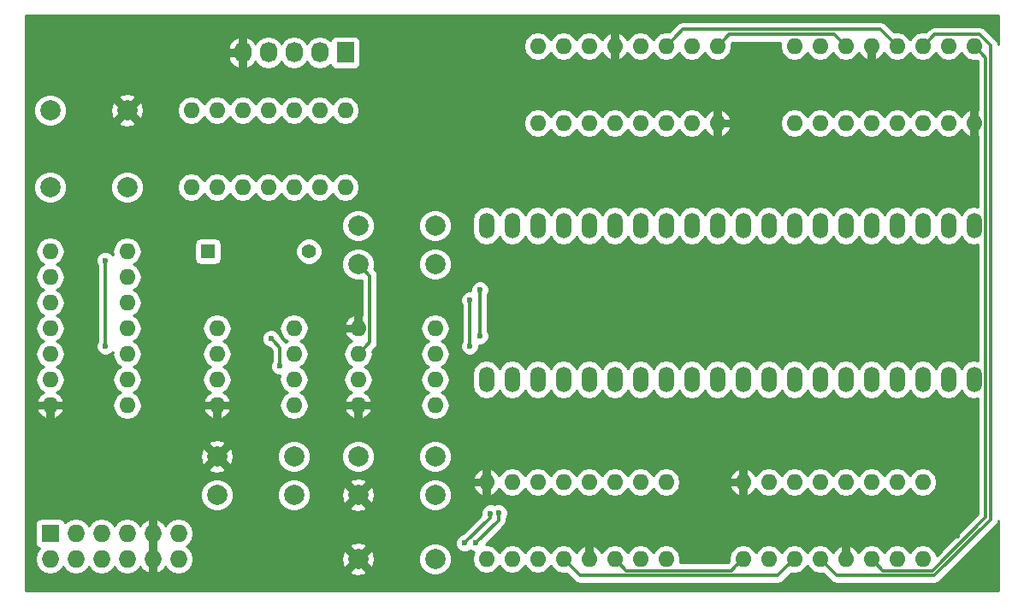
<source format=gbl>
G04 #@! TF.FileFunction,Copper,L2,Bot,Signal*
%FSLAX46Y46*%
G04 Gerber Fmt 4.6, Leading zero omitted, Abs format (unit mm)*
G04 Created by KiCad (PCBNEW 4.0.4-stable) date Friday, December 09, 2016 'AMt' 01:33:50 AM*
%MOMM*%
%LPD*%
G01*
G04 APERTURE LIST*
%ADD10C,0.100000*%
%ADD11O,1.600000X1.600000*%
%ADD12C,1.998980*%
%ADD13O,1.524000X2.524000*%
%ADD14R,1.727200X1.727200*%
%ADD15O,1.727200X1.727200*%
%ADD16R,1.400000X1.400000*%
%ADD17C,1.400000*%
%ADD18R,1.727200X2.032000*%
%ADD19O,1.727200X2.032000*%
%ADD20C,0.600000*%
%ADD21C,0.300000*%
%ADD22C,0.254000*%
G04 APERTURE END LIST*
D10*
D11*
X52705000Y-64770000D03*
X52705000Y-67310000D03*
X52705000Y-69850000D03*
X52705000Y-72390000D03*
X60325000Y-72390000D03*
X60325000Y-69850000D03*
X60325000Y-67310000D03*
X60325000Y-64770000D03*
X36195000Y-57150000D03*
X36195000Y-59690000D03*
X36195000Y-62230000D03*
X36195000Y-64770000D03*
X36195000Y-67310000D03*
X36195000Y-69850000D03*
X36195000Y-72390000D03*
X43815000Y-72390000D03*
X43815000Y-69850000D03*
X43815000Y-67310000D03*
X43815000Y-64770000D03*
X43815000Y-62230000D03*
X43815000Y-59690000D03*
X43815000Y-57150000D03*
X66675000Y-64770000D03*
X66675000Y-67310000D03*
X66675000Y-69850000D03*
X66675000Y-72390000D03*
X74295000Y-72390000D03*
X74295000Y-69850000D03*
X74295000Y-67310000D03*
X74295000Y-64770000D03*
X122555000Y-80010000D03*
X120015000Y-80010000D03*
X117475000Y-80010000D03*
X114935000Y-80010000D03*
X112395000Y-80010000D03*
X109855000Y-80010000D03*
X107315000Y-80010000D03*
X104775000Y-80010000D03*
X104775000Y-87630000D03*
X107315000Y-87630000D03*
X109855000Y-87630000D03*
X112395000Y-87630000D03*
X114935000Y-87630000D03*
X117475000Y-87630000D03*
X120015000Y-87630000D03*
X122555000Y-87630000D03*
X50165000Y-50800000D03*
X52705000Y-50800000D03*
X55245000Y-50800000D03*
X57785000Y-50800000D03*
X60325000Y-50800000D03*
X62865000Y-50800000D03*
X65405000Y-50800000D03*
X65405000Y-43180000D03*
X62865000Y-43180000D03*
X60325000Y-43180000D03*
X57785000Y-43180000D03*
X55245000Y-43180000D03*
X52705000Y-43180000D03*
X50165000Y-43180000D03*
D12*
X43815000Y-50800000D03*
X36195000Y-50800000D03*
X74295000Y-58420000D03*
X66675000Y-58420000D03*
X74295000Y-54610000D03*
X66675000Y-54610000D03*
D13*
X117475000Y-69850000D03*
X120015000Y-69850000D03*
X122555000Y-69850000D03*
X125095000Y-69850000D03*
X127635000Y-69850000D03*
X127635000Y-54610000D03*
X125095000Y-54610000D03*
X122555000Y-54610000D03*
X120015000Y-54610000D03*
X117475000Y-54610000D03*
D14*
X36195000Y-85090000D03*
D15*
X36195000Y-87630000D03*
X38735000Y-85090000D03*
X38735000Y-87630000D03*
X41275000Y-85090000D03*
X41275000Y-87630000D03*
X43815000Y-85090000D03*
X43815000Y-87630000D03*
X46355000Y-85090000D03*
X46355000Y-87630000D03*
X48895000Y-85090000D03*
X48895000Y-87630000D03*
D12*
X36195000Y-43180000D03*
X43815000Y-43180000D03*
X52705000Y-81280000D03*
X60325000Y-81280000D03*
X66675000Y-77470000D03*
X74295000Y-77470000D03*
X60325000Y-77470000D03*
X52705000Y-77470000D03*
X74295000Y-81280000D03*
X66675000Y-81280000D03*
D13*
X104775000Y-69850000D03*
X107315000Y-69850000D03*
X109855000Y-69850000D03*
X112395000Y-69850000D03*
X114935000Y-69850000D03*
X114935000Y-54610000D03*
X112395000Y-54610000D03*
X109855000Y-54610000D03*
X107315000Y-54610000D03*
X104775000Y-54610000D03*
X92075000Y-69850000D03*
X94615000Y-69850000D03*
X97155000Y-69850000D03*
X99695000Y-69850000D03*
X102235000Y-69850000D03*
X102235000Y-54610000D03*
X99695000Y-54610000D03*
X97155000Y-54610000D03*
X94615000Y-54610000D03*
X92075000Y-54610000D03*
X79375000Y-69850000D03*
X81915000Y-69850000D03*
X84455000Y-69850000D03*
X86995000Y-69850000D03*
X89535000Y-69850000D03*
X89535000Y-54610000D03*
X86995000Y-54610000D03*
X84455000Y-54610000D03*
X81915000Y-54610000D03*
X79375000Y-54610000D03*
D16*
X51816000Y-57150000D03*
D17*
X61816000Y-57150000D03*
D11*
X109855000Y-44450000D03*
X112395000Y-44450000D03*
X114935000Y-44450000D03*
X117475000Y-44450000D03*
X120015000Y-44450000D03*
X122555000Y-44450000D03*
X125095000Y-44450000D03*
X127635000Y-44450000D03*
X127635000Y-36830000D03*
X125095000Y-36830000D03*
X122555000Y-36830000D03*
X120015000Y-36830000D03*
X117475000Y-36830000D03*
X114935000Y-36830000D03*
X112395000Y-36830000D03*
X109855000Y-36830000D03*
X84455000Y-44450000D03*
X86995000Y-44450000D03*
X89535000Y-44450000D03*
X92075000Y-44450000D03*
X94615000Y-44450000D03*
X97155000Y-44450000D03*
X99695000Y-44450000D03*
X102235000Y-44450000D03*
X102235000Y-36830000D03*
X99695000Y-36830000D03*
X97155000Y-36830000D03*
X94615000Y-36830000D03*
X92075000Y-36830000D03*
X89535000Y-36830000D03*
X86995000Y-36830000D03*
X84455000Y-36830000D03*
X97155000Y-80010000D03*
X94615000Y-80010000D03*
X92075000Y-80010000D03*
X89535000Y-80010000D03*
X86995000Y-80010000D03*
X84455000Y-80010000D03*
X81915000Y-80010000D03*
X79375000Y-80010000D03*
X79375000Y-87630000D03*
X81915000Y-87630000D03*
X84455000Y-87630000D03*
X86995000Y-87630000D03*
X89535000Y-87630000D03*
X92075000Y-87630000D03*
X94615000Y-87630000D03*
X97155000Y-87630000D03*
D18*
X65405000Y-37465000D03*
D19*
X62865000Y-37465000D03*
X60325000Y-37465000D03*
X57785000Y-37465000D03*
X55245000Y-37465000D03*
D12*
X74295000Y-87630000D03*
X66675000Y-87630000D03*
D20*
X81280000Y-39624000D03*
X106680000Y-39624000D03*
X125984000Y-85344000D03*
X100584000Y-85344000D03*
X44196000Y-53848000D03*
X61468000Y-59944000D03*
X74676000Y-62484000D03*
X58064698Y-65782818D03*
X58962299Y-68528420D03*
X79762417Y-83102273D03*
X77226572Y-86060759D03*
X77724000Y-66548000D03*
X77724000Y-61976000D03*
X80567448Y-83082147D03*
X78353614Y-86020508D03*
X78740000Y-65532000D03*
X78740000Y-60960000D03*
X41663334Y-58050226D03*
X41656000Y-66548000D03*
D21*
X66675000Y-58420000D02*
X67825001Y-59570001D01*
X67825001Y-59570001D02*
X67825001Y-66159999D01*
X67825001Y-66159999D02*
X67474999Y-66510001D01*
X67474999Y-66510001D02*
X66675000Y-67310000D01*
X58962299Y-66680419D02*
X58364697Y-66082817D01*
X58962299Y-68528420D02*
X58962299Y-66680419D01*
X58364697Y-66082817D02*
X58064698Y-65782818D01*
X77226572Y-86060759D02*
X79762417Y-83524914D01*
X79762417Y-83524914D02*
X79762417Y-83102273D01*
X77724000Y-61976000D02*
X77724000Y-66548000D01*
X123354999Y-36030001D02*
X122555000Y-36830000D01*
X123705001Y-35679999D02*
X123354999Y-36030001D01*
X128187001Y-35679999D02*
X123705001Y-35679999D01*
X129285011Y-36778009D02*
X128187001Y-35679999D01*
X129285011Y-83712113D02*
X129285011Y-36778009D01*
X114045011Y-89280011D02*
X123717113Y-89280011D01*
X123717113Y-89280011D02*
X129285011Y-83712113D01*
X112395000Y-87630000D02*
X114045011Y-89280011D01*
X80567448Y-83506411D02*
X80567448Y-83082147D01*
X80567448Y-83806674D02*
X80567448Y-83506411D01*
X78353614Y-86020508D02*
X80567448Y-83806674D01*
X78740000Y-60960000D02*
X78740000Y-65532000D01*
X120015000Y-36830000D02*
X118364989Y-35179989D01*
X118364989Y-35179989D02*
X98805011Y-35179989D01*
X98805011Y-35179989D02*
X97954999Y-36030001D01*
X97954999Y-36030001D02*
X97155000Y-36830000D01*
X86995000Y-87630000D02*
X88645011Y-89280011D01*
X88645011Y-89280011D02*
X108204989Y-89280011D01*
X108204989Y-89280011D02*
X109055001Y-88429999D01*
X109055001Y-88429999D02*
X109855000Y-87630000D01*
X128434999Y-37629999D02*
X127635000Y-36830000D01*
X128785001Y-37980001D02*
X128434999Y-37629999D01*
X128785001Y-83505001D02*
X128785001Y-37980001D01*
X123510001Y-88780001D02*
X128785001Y-83505001D01*
X118625001Y-88780001D02*
X123510001Y-88780001D01*
X117475000Y-87630000D02*
X118625001Y-88780001D01*
X114935000Y-36830000D02*
X113784999Y-35679999D01*
X103385001Y-35679999D02*
X103034999Y-36030001D01*
X103034999Y-36030001D02*
X102235000Y-36830000D01*
X113784999Y-35679999D02*
X103385001Y-35679999D01*
X92075000Y-87630000D02*
X93225001Y-88780001D01*
X93225001Y-88780001D02*
X103624999Y-88780001D01*
X103975001Y-88429999D02*
X104775000Y-87630000D01*
X103624999Y-88780001D02*
X103975001Y-88429999D01*
X41656000Y-58057560D02*
X41663334Y-58050226D01*
X41656000Y-66548000D02*
X41656000Y-58057560D01*
D22*
G36*
X130048000Y-36667350D02*
X130010256Y-36477603D01*
X129840090Y-36222930D01*
X128742080Y-35124920D01*
X128487408Y-34954754D01*
X128187001Y-34894999D01*
X123705006Y-34894999D01*
X123705001Y-34894998D01*
X123404595Y-34954754D01*
X123149922Y-35124920D01*
X122849396Y-35425446D01*
X122555000Y-35366887D01*
X122005849Y-35476120D01*
X121540302Y-35787189D01*
X121285000Y-36169275D01*
X121029698Y-35787189D01*
X120564151Y-35476120D01*
X120015000Y-35366887D01*
X119720604Y-35425446D01*
X118920068Y-34624910D01*
X118665396Y-34454744D01*
X118364989Y-34394989D01*
X98805011Y-34394989D01*
X98504605Y-34454744D01*
X98249932Y-34624910D01*
X98249930Y-34624913D01*
X97449396Y-35425446D01*
X97155000Y-35366887D01*
X96605849Y-35476120D01*
X96140302Y-35787189D01*
X95885000Y-36169275D01*
X95629698Y-35787189D01*
X95164151Y-35476120D01*
X94615000Y-35366887D01*
X94065849Y-35476120D01*
X93600302Y-35787189D01*
X93332056Y-36188647D01*
X93133570Y-35861126D01*
X92682219Y-35529780D01*
X92565023Y-35481259D01*
X92348000Y-35583290D01*
X92348000Y-36557000D01*
X92368000Y-36557000D01*
X92368000Y-37103000D01*
X92348000Y-37103000D01*
X92348000Y-38076710D01*
X92565023Y-38178741D01*
X92682219Y-38130220D01*
X93133570Y-37798874D01*
X93332056Y-37471353D01*
X93600302Y-37872811D01*
X94065849Y-38183880D01*
X94615000Y-38293113D01*
X95164151Y-38183880D01*
X95629698Y-37872811D01*
X95885000Y-37490725D01*
X96140302Y-37872811D01*
X96605849Y-38183880D01*
X97155000Y-38293113D01*
X97704151Y-38183880D01*
X98169698Y-37872811D01*
X98425000Y-37490725D01*
X98680302Y-37872811D01*
X99145849Y-38183880D01*
X99695000Y-38293113D01*
X100244151Y-38183880D01*
X100709698Y-37872811D01*
X100965000Y-37490725D01*
X101220302Y-37872811D01*
X101685849Y-38183880D01*
X102235000Y-38293113D01*
X102784151Y-38183880D01*
X103249698Y-37872811D01*
X103560767Y-37407264D01*
X103670000Y-36858113D01*
X103670000Y-36801887D01*
X103620769Y-36554389D01*
X103710159Y-36464999D01*
X108487011Y-36464999D01*
X108420000Y-36801887D01*
X108420000Y-36858113D01*
X108529233Y-37407264D01*
X108840302Y-37872811D01*
X109305849Y-38183880D01*
X109855000Y-38293113D01*
X110404151Y-38183880D01*
X110869698Y-37872811D01*
X111125000Y-37490725D01*
X111380302Y-37872811D01*
X111845849Y-38183880D01*
X112395000Y-38293113D01*
X112944151Y-38183880D01*
X113409698Y-37872811D01*
X113665000Y-37490725D01*
X113920302Y-37872811D01*
X114385849Y-38183880D01*
X114935000Y-38293113D01*
X115484151Y-38183880D01*
X115949698Y-37872811D01*
X116217944Y-37471353D01*
X116416430Y-37798874D01*
X116867781Y-38130220D01*
X116984977Y-38178741D01*
X117202000Y-38076710D01*
X117202000Y-37103000D01*
X117182000Y-37103000D01*
X117182000Y-36557000D01*
X117202000Y-36557000D01*
X117202000Y-36537000D01*
X117748000Y-36537000D01*
X117748000Y-36557000D01*
X117768000Y-36557000D01*
X117768000Y-37103000D01*
X117748000Y-37103000D01*
X117748000Y-38076710D01*
X117965023Y-38178741D01*
X118082219Y-38130220D01*
X118533570Y-37798874D01*
X118732056Y-37471353D01*
X119000302Y-37872811D01*
X119465849Y-38183880D01*
X120015000Y-38293113D01*
X120564151Y-38183880D01*
X121029698Y-37872811D01*
X121285000Y-37490725D01*
X121540302Y-37872811D01*
X122005849Y-38183880D01*
X122555000Y-38293113D01*
X123104151Y-38183880D01*
X123569698Y-37872811D01*
X123825000Y-37490725D01*
X124080302Y-37872811D01*
X124545849Y-38183880D01*
X125095000Y-38293113D01*
X125644151Y-38183880D01*
X126109698Y-37872811D01*
X126365000Y-37490725D01*
X126620302Y-37872811D01*
X127085849Y-38183880D01*
X127635000Y-38293113D01*
X127929396Y-38234554D01*
X128000001Y-38305159D01*
X128000001Y-43160037D01*
X127908000Y-43203290D01*
X127908000Y-44177000D01*
X127928000Y-44177000D01*
X127928000Y-44723000D01*
X127908000Y-44723000D01*
X127908000Y-45696710D01*
X128000001Y-45739963D01*
X128000001Y-52748439D01*
X127635000Y-52675836D01*
X127100391Y-52782176D01*
X126647172Y-53085008D01*
X126365000Y-53507307D01*
X126082828Y-53085008D01*
X125629609Y-52782176D01*
X125095000Y-52675836D01*
X124560391Y-52782176D01*
X124107172Y-53085008D01*
X123825000Y-53507307D01*
X123542828Y-53085008D01*
X123089609Y-52782176D01*
X122555000Y-52675836D01*
X122020391Y-52782176D01*
X121567172Y-53085008D01*
X121285000Y-53507307D01*
X121002828Y-53085008D01*
X120549609Y-52782176D01*
X120015000Y-52675836D01*
X119480391Y-52782176D01*
X119027172Y-53085008D01*
X118745000Y-53507307D01*
X118462828Y-53085008D01*
X118009609Y-52782176D01*
X117475000Y-52675836D01*
X116940391Y-52782176D01*
X116487172Y-53085008D01*
X116205000Y-53507307D01*
X115922828Y-53085008D01*
X115469609Y-52782176D01*
X114935000Y-52675836D01*
X114400391Y-52782176D01*
X113947172Y-53085008D01*
X113665000Y-53507307D01*
X113382828Y-53085008D01*
X112929609Y-52782176D01*
X112395000Y-52675836D01*
X111860391Y-52782176D01*
X111407172Y-53085008D01*
X111125000Y-53507307D01*
X110842828Y-53085008D01*
X110389609Y-52782176D01*
X109855000Y-52675836D01*
X109320391Y-52782176D01*
X108867172Y-53085008D01*
X108585000Y-53507307D01*
X108302828Y-53085008D01*
X107849609Y-52782176D01*
X107315000Y-52675836D01*
X106780391Y-52782176D01*
X106327172Y-53085008D01*
X106045000Y-53507307D01*
X105762828Y-53085008D01*
X105309609Y-52782176D01*
X104775000Y-52675836D01*
X104240391Y-52782176D01*
X103787172Y-53085008D01*
X103505000Y-53507307D01*
X103222828Y-53085008D01*
X102769609Y-52782176D01*
X102235000Y-52675836D01*
X101700391Y-52782176D01*
X101247172Y-53085008D01*
X100965000Y-53507307D01*
X100682828Y-53085008D01*
X100229609Y-52782176D01*
X99695000Y-52675836D01*
X99160391Y-52782176D01*
X98707172Y-53085008D01*
X98425000Y-53507307D01*
X98142828Y-53085008D01*
X97689609Y-52782176D01*
X97155000Y-52675836D01*
X96620391Y-52782176D01*
X96167172Y-53085008D01*
X95885000Y-53507307D01*
X95602828Y-53085008D01*
X95149609Y-52782176D01*
X94615000Y-52675836D01*
X94080391Y-52782176D01*
X93627172Y-53085008D01*
X93345000Y-53507307D01*
X93062828Y-53085008D01*
X92609609Y-52782176D01*
X92075000Y-52675836D01*
X91540391Y-52782176D01*
X91087172Y-53085008D01*
X90805000Y-53507307D01*
X90522828Y-53085008D01*
X90069609Y-52782176D01*
X89535000Y-52675836D01*
X89000391Y-52782176D01*
X88547172Y-53085008D01*
X88265000Y-53507307D01*
X87982828Y-53085008D01*
X87529609Y-52782176D01*
X86995000Y-52675836D01*
X86460391Y-52782176D01*
X86007172Y-53085008D01*
X85725000Y-53507307D01*
X85442828Y-53085008D01*
X84989609Y-52782176D01*
X84455000Y-52675836D01*
X83920391Y-52782176D01*
X83467172Y-53085008D01*
X83185000Y-53507307D01*
X82902828Y-53085008D01*
X82449609Y-52782176D01*
X81915000Y-52675836D01*
X81380391Y-52782176D01*
X80927172Y-53085008D01*
X80645000Y-53507307D01*
X80362828Y-53085008D01*
X79909609Y-52782176D01*
X79375000Y-52675836D01*
X78840391Y-52782176D01*
X78387172Y-53085008D01*
X78084340Y-53538227D01*
X77978000Y-54072836D01*
X77978000Y-55147164D01*
X78084340Y-55681773D01*
X78387172Y-56134992D01*
X78840391Y-56437824D01*
X79375000Y-56544164D01*
X79909609Y-56437824D01*
X80362828Y-56134992D01*
X80645000Y-55712693D01*
X80927172Y-56134992D01*
X81380391Y-56437824D01*
X81915000Y-56544164D01*
X82449609Y-56437824D01*
X82902828Y-56134992D01*
X83185000Y-55712693D01*
X83467172Y-56134992D01*
X83920391Y-56437824D01*
X84455000Y-56544164D01*
X84989609Y-56437824D01*
X85442828Y-56134992D01*
X85725000Y-55712693D01*
X86007172Y-56134992D01*
X86460391Y-56437824D01*
X86995000Y-56544164D01*
X87529609Y-56437824D01*
X87982828Y-56134992D01*
X88265000Y-55712693D01*
X88547172Y-56134992D01*
X89000391Y-56437824D01*
X89535000Y-56544164D01*
X90069609Y-56437824D01*
X90522828Y-56134992D01*
X90805000Y-55712693D01*
X91087172Y-56134992D01*
X91540391Y-56437824D01*
X92075000Y-56544164D01*
X92609609Y-56437824D01*
X93062828Y-56134992D01*
X93345000Y-55712693D01*
X93627172Y-56134992D01*
X94080391Y-56437824D01*
X94615000Y-56544164D01*
X95149609Y-56437824D01*
X95602828Y-56134992D01*
X95885000Y-55712693D01*
X96167172Y-56134992D01*
X96620391Y-56437824D01*
X97155000Y-56544164D01*
X97689609Y-56437824D01*
X98142828Y-56134992D01*
X98425000Y-55712693D01*
X98707172Y-56134992D01*
X99160391Y-56437824D01*
X99695000Y-56544164D01*
X100229609Y-56437824D01*
X100682828Y-56134992D01*
X100965000Y-55712693D01*
X101247172Y-56134992D01*
X101700391Y-56437824D01*
X102235000Y-56544164D01*
X102769609Y-56437824D01*
X103222828Y-56134992D01*
X103505000Y-55712693D01*
X103787172Y-56134992D01*
X104240391Y-56437824D01*
X104775000Y-56544164D01*
X105309609Y-56437824D01*
X105762828Y-56134992D01*
X106045000Y-55712693D01*
X106327172Y-56134992D01*
X106780391Y-56437824D01*
X107315000Y-56544164D01*
X107849609Y-56437824D01*
X108302828Y-56134992D01*
X108585000Y-55712693D01*
X108867172Y-56134992D01*
X109320391Y-56437824D01*
X109855000Y-56544164D01*
X110389609Y-56437824D01*
X110842828Y-56134992D01*
X111125000Y-55712693D01*
X111407172Y-56134992D01*
X111860391Y-56437824D01*
X112395000Y-56544164D01*
X112929609Y-56437824D01*
X113382828Y-56134992D01*
X113665000Y-55712693D01*
X113947172Y-56134992D01*
X114400391Y-56437824D01*
X114935000Y-56544164D01*
X115469609Y-56437824D01*
X115922828Y-56134992D01*
X116205000Y-55712693D01*
X116487172Y-56134992D01*
X116940391Y-56437824D01*
X117475000Y-56544164D01*
X118009609Y-56437824D01*
X118462828Y-56134992D01*
X118745000Y-55712693D01*
X119027172Y-56134992D01*
X119480391Y-56437824D01*
X120015000Y-56544164D01*
X120549609Y-56437824D01*
X121002828Y-56134992D01*
X121285000Y-55712693D01*
X121567172Y-56134992D01*
X122020391Y-56437824D01*
X122555000Y-56544164D01*
X123089609Y-56437824D01*
X123542828Y-56134992D01*
X123825000Y-55712693D01*
X124107172Y-56134992D01*
X124560391Y-56437824D01*
X125095000Y-56544164D01*
X125629609Y-56437824D01*
X126082828Y-56134992D01*
X126365000Y-55712693D01*
X126647172Y-56134992D01*
X127100391Y-56437824D01*
X127635000Y-56544164D01*
X128000001Y-56471561D01*
X128000001Y-67988439D01*
X127635000Y-67915836D01*
X127100391Y-68022176D01*
X126647172Y-68325008D01*
X126365000Y-68747307D01*
X126082828Y-68325008D01*
X125629609Y-68022176D01*
X125095000Y-67915836D01*
X124560391Y-68022176D01*
X124107172Y-68325008D01*
X123825000Y-68747307D01*
X123542828Y-68325008D01*
X123089609Y-68022176D01*
X122555000Y-67915836D01*
X122020391Y-68022176D01*
X121567172Y-68325008D01*
X121285000Y-68747307D01*
X121002828Y-68325008D01*
X120549609Y-68022176D01*
X120015000Y-67915836D01*
X119480391Y-68022176D01*
X119027172Y-68325008D01*
X118745000Y-68747307D01*
X118462828Y-68325008D01*
X118009609Y-68022176D01*
X117475000Y-67915836D01*
X116940391Y-68022176D01*
X116487172Y-68325008D01*
X116205000Y-68747307D01*
X115922828Y-68325008D01*
X115469609Y-68022176D01*
X114935000Y-67915836D01*
X114400391Y-68022176D01*
X113947172Y-68325008D01*
X113665000Y-68747307D01*
X113382828Y-68325008D01*
X112929609Y-68022176D01*
X112395000Y-67915836D01*
X111860391Y-68022176D01*
X111407172Y-68325008D01*
X111125000Y-68747307D01*
X110842828Y-68325008D01*
X110389609Y-68022176D01*
X109855000Y-67915836D01*
X109320391Y-68022176D01*
X108867172Y-68325008D01*
X108585000Y-68747307D01*
X108302828Y-68325008D01*
X107849609Y-68022176D01*
X107315000Y-67915836D01*
X106780391Y-68022176D01*
X106327172Y-68325008D01*
X106045000Y-68747307D01*
X105762828Y-68325008D01*
X105309609Y-68022176D01*
X104775000Y-67915836D01*
X104240391Y-68022176D01*
X103787172Y-68325008D01*
X103505000Y-68747307D01*
X103222828Y-68325008D01*
X102769609Y-68022176D01*
X102235000Y-67915836D01*
X101700391Y-68022176D01*
X101247172Y-68325008D01*
X100965000Y-68747307D01*
X100682828Y-68325008D01*
X100229609Y-68022176D01*
X99695000Y-67915836D01*
X99160391Y-68022176D01*
X98707172Y-68325008D01*
X98425000Y-68747307D01*
X98142828Y-68325008D01*
X97689609Y-68022176D01*
X97155000Y-67915836D01*
X96620391Y-68022176D01*
X96167172Y-68325008D01*
X95885000Y-68747307D01*
X95602828Y-68325008D01*
X95149609Y-68022176D01*
X94615000Y-67915836D01*
X94080391Y-68022176D01*
X93627172Y-68325008D01*
X93345000Y-68747307D01*
X93062828Y-68325008D01*
X92609609Y-68022176D01*
X92075000Y-67915836D01*
X91540391Y-68022176D01*
X91087172Y-68325008D01*
X90805000Y-68747307D01*
X90522828Y-68325008D01*
X90069609Y-68022176D01*
X89535000Y-67915836D01*
X89000391Y-68022176D01*
X88547172Y-68325008D01*
X88265000Y-68747307D01*
X87982828Y-68325008D01*
X87529609Y-68022176D01*
X86995000Y-67915836D01*
X86460391Y-68022176D01*
X86007172Y-68325008D01*
X85725000Y-68747307D01*
X85442828Y-68325008D01*
X84989609Y-68022176D01*
X84455000Y-67915836D01*
X83920391Y-68022176D01*
X83467172Y-68325008D01*
X83185000Y-68747307D01*
X82902828Y-68325008D01*
X82449609Y-68022176D01*
X81915000Y-67915836D01*
X81380391Y-68022176D01*
X80927172Y-68325008D01*
X80645000Y-68747307D01*
X80362828Y-68325008D01*
X79909609Y-68022176D01*
X79375000Y-67915836D01*
X78840391Y-68022176D01*
X78387172Y-68325008D01*
X78084340Y-68778227D01*
X77978000Y-69312836D01*
X77978000Y-70387164D01*
X78084340Y-70921773D01*
X78387172Y-71374992D01*
X78840391Y-71677824D01*
X79375000Y-71784164D01*
X79909609Y-71677824D01*
X80362828Y-71374992D01*
X80645000Y-70952693D01*
X80927172Y-71374992D01*
X81380391Y-71677824D01*
X81915000Y-71784164D01*
X82449609Y-71677824D01*
X82902828Y-71374992D01*
X83185000Y-70952693D01*
X83467172Y-71374992D01*
X83920391Y-71677824D01*
X84455000Y-71784164D01*
X84989609Y-71677824D01*
X85442828Y-71374992D01*
X85725000Y-70952693D01*
X86007172Y-71374992D01*
X86460391Y-71677824D01*
X86995000Y-71784164D01*
X87529609Y-71677824D01*
X87982828Y-71374992D01*
X88265000Y-70952693D01*
X88547172Y-71374992D01*
X89000391Y-71677824D01*
X89535000Y-71784164D01*
X90069609Y-71677824D01*
X90522828Y-71374992D01*
X90805000Y-70952693D01*
X91087172Y-71374992D01*
X91540391Y-71677824D01*
X92075000Y-71784164D01*
X92609609Y-71677824D01*
X93062828Y-71374992D01*
X93345000Y-70952693D01*
X93627172Y-71374992D01*
X94080391Y-71677824D01*
X94615000Y-71784164D01*
X95149609Y-71677824D01*
X95602828Y-71374992D01*
X95885000Y-70952693D01*
X96167172Y-71374992D01*
X96620391Y-71677824D01*
X97155000Y-71784164D01*
X97689609Y-71677824D01*
X98142828Y-71374992D01*
X98425000Y-70952693D01*
X98707172Y-71374992D01*
X99160391Y-71677824D01*
X99695000Y-71784164D01*
X100229609Y-71677824D01*
X100682828Y-71374992D01*
X100965000Y-70952693D01*
X101247172Y-71374992D01*
X101700391Y-71677824D01*
X102235000Y-71784164D01*
X102769609Y-71677824D01*
X103222828Y-71374992D01*
X103505000Y-70952693D01*
X103787172Y-71374992D01*
X104240391Y-71677824D01*
X104775000Y-71784164D01*
X105309609Y-71677824D01*
X105762828Y-71374992D01*
X106045000Y-70952693D01*
X106327172Y-71374992D01*
X106780391Y-71677824D01*
X107315000Y-71784164D01*
X107849609Y-71677824D01*
X108302828Y-71374992D01*
X108585000Y-70952693D01*
X108867172Y-71374992D01*
X109320391Y-71677824D01*
X109855000Y-71784164D01*
X110389609Y-71677824D01*
X110842828Y-71374992D01*
X111125000Y-70952693D01*
X111407172Y-71374992D01*
X111860391Y-71677824D01*
X112395000Y-71784164D01*
X112929609Y-71677824D01*
X113382828Y-71374992D01*
X113665000Y-70952693D01*
X113947172Y-71374992D01*
X114400391Y-71677824D01*
X114935000Y-71784164D01*
X115469609Y-71677824D01*
X115922828Y-71374992D01*
X116205000Y-70952693D01*
X116487172Y-71374992D01*
X116940391Y-71677824D01*
X117475000Y-71784164D01*
X118009609Y-71677824D01*
X118462828Y-71374992D01*
X118745000Y-70952693D01*
X119027172Y-71374992D01*
X119480391Y-71677824D01*
X120015000Y-71784164D01*
X120549609Y-71677824D01*
X121002828Y-71374992D01*
X121285000Y-70952693D01*
X121567172Y-71374992D01*
X122020391Y-71677824D01*
X122555000Y-71784164D01*
X123089609Y-71677824D01*
X123542828Y-71374992D01*
X123825000Y-70952693D01*
X124107172Y-71374992D01*
X124560391Y-71677824D01*
X125095000Y-71784164D01*
X125629609Y-71677824D01*
X126082828Y-71374992D01*
X126365000Y-70952693D01*
X126647172Y-71374992D01*
X127100391Y-71677824D01*
X127635000Y-71784164D01*
X128000001Y-71711561D01*
X128000001Y-83179844D01*
X123921638Y-87258207D01*
X123880767Y-87052736D01*
X123569698Y-86587189D01*
X123104151Y-86276120D01*
X122555000Y-86166887D01*
X122005849Y-86276120D01*
X121540302Y-86587189D01*
X121285000Y-86969275D01*
X121029698Y-86587189D01*
X120564151Y-86276120D01*
X120015000Y-86166887D01*
X119465849Y-86276120D01*
X119000302Y-86587189D01*
X118745000Y-86969275D01*
X118489698Y-86587189D01*
X118024151Y-86276120D01*
X117475000Y-86166887D01*
X116925849Y-86276120D01*
X116460302Y-86587189D01*
X116192056Y-86988647D01*
X115993570Y-86661126D01*
X115542219Y-86329780D01*
X115425023Y-86281259D01*
X115208000Y-86383290D01*
X115208000Y-87357000D01*
X115228000Y-87357000D01*
X115228000Y-87903000D01*
X115208000Y-87903000D01*
X115208000Y-87923000D01*
X114662000Y-87923000D01*
X114662000Y-87903000D01*
X114642000Y-87903000D01*
X114642000Y-87357000D01*
X114662000Y-87357000D01*
X114662000Y-86383290D01*
X114444977Y-86281259D01*
X114327781Y-86329780D01*
X113876430Y-86661126D01*
X113677944Y-86988647D01*
X113409698Y-86587189D01*
X112944151Y-86276120D01*
X112395000Y-86166887D01*
X111845849Y-86276120D01*
X111380302Y-86587189D01*
X111125000Y-86969275D01*
X110869698Y-86587189D01*
X110404151Y-86276120D01*
X109855000Y-86166887D01*
X109305849Y-86276120D01*
X108840302Y-86587189D01*
X108585000Y-86969275D01*
X108329698Y-86587189D01*
X107864151Y-86276120D01*
X107315000Y-86166887D01*
X106765849Y-86276120D01*
X106300302Y-86587189D01*
X106045000Y-86969275D01*
X105789698Y-86587189D01*
X105324151Y-86276120D01*
X104775000Y-86166887D01*
X104225849Y-86276120D01*
X103760302Y-86587189D01*
X103449233Y-87052736D01*
X103340000Y-87601887D01*
X103340000Y-87658113D01*
X103389231Y-87905611D01*
X103299841Y-87995001D01*
X98522989Y-87995001D01*
X98590000Y-87658113D01*
X98590000Y-87601887D01*
X98480767Y-87052736D01*
X98169698Y-86587189D01*
X97704151Y-86276120D01*
X97155000Y-86166887D01*
X96605849Y-86276120D01*
X96140302Y-86587189D01*
X95885000Y-86969275D01*
X95629698Y-86587189D01*
X95164151Y-86276120D01*
X94615000Y-86166887D01*
X94065849Y-86276120D01*
X93600302Y-86587189D01*
X93345000Y-86969275D01*
X93089698Y-86587189D01*
X92624151Y-86276120D01*
X92075000Y-86166887D01*
X91525849Y-86276120D01*
X91060302Y-86587189D01*
X90792056Y-86988647D01*
X90593570Y-86661126D01*
X90142219Y-86329780D01*
X90025023Y-86281259D01*
X89808000Y-86383290D01*
X89808000Y-87357000D01*
X89828000Y-87357000D01*
X89828000Y-87903000D01*
X89808000Y-87903000D01*
X89808000Y-87923000D01*
X89262000Y-87923000D01*
X89262000Y-87903000D01*
X89242000Y-87903000D01*
X89242000Y-87357000D01*
X89262000Y-87357000D01*
X89262000Y-86383290D01*
X89044977Y-86281259D01*
X88927781Y-86329780D01*
X88476430Y-86661126D01*
X88277944Y-86988647D01*
X88009698Y-86587189D01*
X87544151Y-86276120D01*
X86995000Y-86166887D01*
X86445849Y-86276120D01*
X85980302Y-86587189D01*
X85725000Y-86969275D01*
X85469698Y-86587189D01*
X85004151Y-86276120D01*
X84455000Y-86166887D01*
X83905849Y-86276120D01*
X83440302Y-86587189D01*
X83185000Y-86969275D01*
X82929698Y-86587189D01*
X82464151Y-86276120D01*
X81915000Y-86166887D01*
X81365849Y-86276120D01*
X80900302Y-86587189D01*
X80645000Y-86969275D01*
X80389698Y-86587189D01*
X79924151Y-86276120D01*
X79375000Y-86166887D01*
X79303089Y-86181191D01*
X81122527Y-84361753D01*
X81292693Y-84107081D01*
X81352448Y-83806674D01*
X81352448Y-83619653D01*
X81359640Y-83612474D01*
X81502286Y-83268946D01*
X81502610Y-82896980D01*
X81360565Y-82553204D01*
X81097775Y-82289955D01*
X80754247Y-82147309D01*
X80382281Y-82146985D01*
X80140528Y-82246875D01*
X79949216Y-82167435D01*
X79577250Y-82167111D01*
X79233474Y-82309156D01*
X78970225Y-82571946D01*
X78827579Y-82915474D01*
X78827255Y-83287440D01*
X78845522Y-83331651D01*
X77051567Y-85125606D01*
X77041405Y-85125597D01*
X76697629Y-85267642D01*
X76434380Y-85530432D01*
X76291734Y-85873960D01*
X76291410Y-86245926D01*
X76433455Y-86589702D01*
X76696245Y-86852951D01*
X77039773Y-86995597D01*
X77411739Y-86995921D01*
X77755515Y-86853876D01*
X77810048Y-86799438D01*
X77823287Y-86812700D01*
X78125711Y-86938278D01*
X78049233Y-87052736D01*
X77940000Y-87601887D01*
X77940000Y-87658113D01*
X78049233Y-88207264D01*
X78360302Y-88672811D01*
X78825849Y-88983880D01*
X79375000Y-89093113D01*
X79924151Y-88983880D01*
X80389698Y-88672811D01*
X80645000Y-88290725D01*
X80900302Y-88672811D01*
X81365849Y-88983880D01*
X81915000Y-89093113D01*
X82464151Y-88983880D01*
X82929698Y-88672811D01*
X83185000Y-88290725D01*
X83440302Y-88672811D01*
X83905849Y-88983880D01*
X84455000Y-89093113D01*
X85004151Y-88983880D01*
X85469698Y-88672811D01*
X85725000Y-88290725D01*
X85980302Y-88672811D01*
X86445849Y-88983880D01*
X86995000Y-89093113D01*
X87289396Y-89034554D01*
X88089932Y-89835090D01*
X88344605Y-90005256D01*
X88645011Y-90065011D01*
X108204989Y-90065011D01*
X108505396Y-90005256D01*
X108760068Y-89835090D01*
X109560603Y-89034554D01*
X109855000Y-89093113D01*
X110404151Y-88983880D01*
X110869698Y-88672811D01*
X111125000Y-88290725D01*
X111380302Y-88672811D01*
X111845849Y-88983880D01*
X112395000Y-89093113D01*
X112689396Y-89034554D01*
X113489932Y-89835090D01*
X113744605Y-90005256D01*
X114045011Y-90065011D01*
X123717113Y-90065011D01*
X124017520Y-90005256D01*
X124272192Y-89835090D01*
X129840090Y-84267192D01*
X130010256Y-84012519D01*
X130048000Y-83822769D01*
X130048000Y-90730000D01*
X33782000Y-90730000D01*
X33782000Y-84226400D01*
X34683960Y-84226400D01*
X34683960Y-85953600D01*
X34728238Y-86188917D01*
X34867310Y-86405041D01*
X35079510Y-86550031D01*
X35123345Y-86558908D01*
X34810474Y-87027152D01*
X34696400Y-87600641D01*
X34696400Y-87659359D01*
X34810474Y-88232848D01*
X35135330Y-88719029D01*
X35621511Y-89043885D01*
X36195000Y-89157959D01*
X36768489Y-89043885D01*
X37254670Y-88719029D01*
X37465000Y-88404248D01*
X37675330Y-88719029D01*
X38161511Y-89043885D01*
X38735000Y-89157959D01*
X39308489Y-89043885D01*
X39794670Y-88719029D01*
X40005000Y-88404248D01*
X40215330Y-88719029D01*
X40701511Y-89043885D01*
X41275000Y-89157959D01*
X41848489Y-89043885D01*
X42334670Y-88719029D01*
X42545000Y-88404248D01*
X42755330Y-88719029D01*
X43241511Y-89043885D01*
X43815000Y-89157959D01*
X44388489Y-89043885D01*
X44874670Y-88719029D01*
X45095764Y-88388138D01*
X45241238Y-88632696D01*
X45709733Y-88982589D01*
X45854851Y-89042676D01*
X46082000Y-88941743D01*
X46082000Y-87903000D01*
X46062000Y-87903000D01*
X46062000Y-87357000D01*
X46082000Y-87357000D01*
X46082000Y-85363000D01*
X46062000Y-85363000D01*
X46062000Y-84817000D01*
X46082000Y-84817000D01*
X46082000Y-83778257D01*
X46628000Y-83778257D01*
X46628000Y-84817000D01*
X46648000Y-84817000D01*
X46648000Y-85363000D01*
X46628000Y-85363000D01*
X46628000Y-87357000D01*
X46648000Y-87357000D01*
X46648000Y-87903000D01*
X46628000Y-87903000D01*
X46628000Y-88941743D01*
X46855149Y-89042676D01*
X47000267Y-88982589D01*
X47468762Y-88632696D01*
X47614236Y-88388138D01*
X47835330Y-88719029D01*
X48321511Y-89043885D01*
X48895000Y-89157959D01*
X49468489Y-89043885D01*
X49726380Y-88871567D01*
X65819513Y-88871567D01*
X65929543Y-89120488D01*
X66556673Y-89292306D01*
X67201817Y-89211051D01*
X67420457Y-89120488D01*
X67530487Y-88871567D01*
X66675000Y-88016080D01*
X65819513Y-88871567D01*
X49726380Y-88871567D01*
X49954670Y-88719029D01*
X50279526Y-88232848D01*
X50393600Y-87659359D01*
X50393600Y-87600641D01*
X50375904Y-87511673D01*
X65012694Y-87511673D01*
X65093949Y-88156817D01*
X65184512Y-88375457D01*
X65433433Y-88485487D01*
X66288920Y-87630000D01*
X67061080Y-87630000D01*
X67916567Y-88485487D01*
X68165488Y-88375457D01*
X68281040Y-87953694D01*
X72660226Y-87953694D01*
X72908538Y-88554655D01*
X73367927Y-89014846D01*
X73968453Y-89264206D01*
X74618694Y-89264774D01*
X75219655Y-89016462D01*
X75679846Y-88557073D01*
X75929206Y-87956547D01*
X75929774Y-87306306D01*
X75681462Y-86705345D01*
X75222073Y-86245154D01*
X74621547Y-85995794D01*
X73971306Y-85995226D01*
X73370345Y-86243538D01*
X72910154Y-86702927D01*
X72660794Y-87303453D01*
X72660226Y-87953694D01*
X68281040Y-87953694D01*
X68337306Y-87748327D01*
X68256051Y-87103183D01*
X68165488Y-86884543D01*
X67916567Y-86774513D01*
X67061080Y-87630000D01*
X66288920Y-87630000D01*
X65433433Y-86774513D01*
X65184512Y-86884543D01*
X65012694Y-87511673D01*
X50375904Y-87511673D01*
X50279526Y-87027152D01*
X49954670Y-86540971D01*
X49726381Y-86388433D01*
X65819513Y-86388433D01*
X66675000Y-87243920D01*
X67530487Y-86388433D01*
X67420457Y-86139512D01*
X66793327Y-85967694D01*
X66148183Y-86048949D01*
X65929543Y-86139512D01*
X65819513Y-86388433D01*
X49726381Y-86388433D01*
X49683828Y-86360000D01*
X49954670Y-86179029D01*
X50279526Y-85692848D01*
X50393600Y-85119359D01*
X50393600Y-85060641D01*
X50279526Y-84487152D01*
X49954670Y-84000971D01*
X49468489Y-83676115D01*
X48895000Y-83562041D01*
X48321511Y-83676115D01*
X47835330Y-84000971D01*
X47614236Y-84331862D01*
X47468762Y-84087304D01*
X47000267Y-83737411D01*
X46855149Y-83677324D01*
X46628000Y-83778257D01*
X46082000Y-83778257D01*
X45854851Y-83677324D01*
X45709733Y-83737411D01*
X45241238Y-84087304D01*
X45095764Y-84331862D01*
X44874670Y-84000971D01*
X44388489Y-83676115D01*
X43815000Y-83562041D01*
X43241511Y-83676115D01*
X42755330Y-84000971D01*
X42545000Y-84315752D01*
X42334670Y-84000971D01*
X41848489Y-83676115D01*
X41275000Y-83562041D01*
X40701511Y-83676115D01*
X40215330Y-84000971D01*
X40005000Y-84315752D01*
X39794670Y-84000971D01*
X39308489Y-83676115D01*
X38735000Y-83562041D01*
X38161511Y-83676115D01*
X37675330Y-84000971D01*
X37666195Y-84014642D01*
X37661762Y-83991083D01*
X37522690Y-83774959D01*
X37310490Y-83629969D01*
X37058600Y-83578960D01*
X35331400Y-83578960D01*
X35096083Y-83623238D01*
X34879959Y-83762310D01*
X34734969Y-83974510D01*
X34683960Y-84226400D01*
X33782000Y-84226400D01*
X33782000Y-81603694D01*
X51070226Y-81603694D01*
X51318538Y-82204655D01*
X51777927Y-82664846D01*
X52378453Y-82914206D01*
X53028694Y-82914774D01*
X53629655Y-82666462D01*
X54089846Y-82207073D01*
X54339206Y-81606547D01*
X54339208Y-81603694D01*
X58690226Y-81603694D01*
X58938538Y-82204655D01*
X59397927Y-82664846D01*
X59998453Y-82914206D01*
X60648694Y-82914774D01*
X61249655Y-82666462D01*
X61394802Y-82521567D01*
X65819513Y-82521567D01*
X65929543Y-82770488D01*
X66556673Y-82942306D01*
X67201817Y-82861051D01*
X67420457Y-82770488D01*
X67530487Y-82521567D01*
X66675000Y-81666080D01*
X65819513Y-82521567D01*
X61394802Y-82521567D01*
X61709846Y-82207073D01*
X61959206Y-81606547D01*
X61959594Y-81161673D01*
X65012694Y-81161673D01*
X65093949Y-81806817D01*
X65184512Y-82025457D01*
X65433433Y-82135487D01*
X66288920Y-81280000D01*
X67061080Y-81280000D01*
X67916567Y-82135487D01*
X68165488Y-82025457D01*
X68281040Y-81603694D01*
X72660226Y-81603694D01*
X72908538Y-82204655D01*
X73367927Y-82664846D01*
X73968453Y-82914206D01*
X74618694Y-82914774D01*
X75219655Y-82666462D01*
X75679846Y-82207073D01*
X75929206Y-81606547D01*
X75929774Y-80956306D01*
X75741243Y-80500026D01*
X78026237Y-80500026D01*
X78316430Y-80978874D01*
X78767781Y-81310220D01*
X78884977Y-81358741D01*
X79102000Y-81256710D01*
X79102000Y-80283000D01*
X78124936Y-80283000D01*
X78026237Y-80500026D01*
X75741243Y-80500026D01*
X75681462Y-80355345D01*
X75222073Y-79895154D01*
X74621547Y-79645794D01*
X73971306Y-79645226D01*
X73370345Y-79893538D01*
X72910154Y-80352927D01*
X72660794Y-80953453D01*
X72660226Y-81603694D01*
X68281040Y-81603694D01*
X68337306Y-81398327D01*
X68256051Y-80753183D01*
X68165488Y-80534543D01*
X67916567Y-80424513D01*
X67061080Y-81280000D01*
X66288920Y-81280000D01*
X65433433Y-80424513D01*
X65184512Y-80534543D01*
X65012694Y-81161673D01*
X61959594Y-81161673D01*
X61959774Y-80956306D01*
X61711462Y-80355345D01*
X61395103Y-80038433D01*
X65819513Y-80038433D01*
X66675000Y-80893920D01*
X67530487Y-80038433D01*
X67420457Y-79789512D01*
X66793327Y-79617694D01*
X66148183Y-79698949D01*
X65929543Y-79789512D01*
X65819513Y-80038433D01*
X61395103Y-80038433D01*
X61252073Y-79895154D01*
X60651547Y-79645794D01*
X60001306Y-79645226D01*
X59400345Y-79893538D01*
X58940154Y-80352927D01*
X58690794Y-80953453D01*
X58690226Y-81603694D01*
X54339208Y-81603694D01*
X54339774Y-80956306D01*
X54091462Y-80355345D01*
X53632073Y-79895154D01*
X53031547Y-79645794D01*
X52381306Y-79645226D01*
X51780345Y-79893538D01*
X51320154Y-80352927D01*
X51070794Y-80953453D01*
X51070226Y-81603694D01*
X33782000Y-81603694D01*
X33782000Y-79519974D01*
X78026237Y-79519974D01*
X78124936Y-79737000D01*
X79102000Y-79737000D01*
X79102000Y-78763290D01*
X79648000Y-78763290D01*
X79648000Y-79737000D01*
X79668000Y-79737000D01*
X79668000Y-80283000D01*
X79648000Y-80283000D01*
X79648000Y-81256710D01*
X79865023Y-81358741D01*
X79982219Y-81310220D01*
X80433570Y-80978874D01*
X80632056Y-80651353D01*
X80900302Y-81052811D01*
X81365849Y-81363880D01*
X81915000Y-81473113D01*
X82464151Y-81363880D01*
X82929698Y-81052811D01*
X83185000Y-80670725D01*
X83440302Y-81052811D01*
X83905849Y-81363880D01*
X84455000Y-81473113D01*
X85004151Y-81363880D01*
X85469698Y-81052811D01*
X85725000Y-80670725D01*
X85980302Y-81052811D01*
X86445849Y-81363880D01*
X86995000Y-81473113D01*
X87544151Y-81363880D01*
X88009698Y-81052811D01*
X88265000Y-80670725D01*
X88520302Y-81052811D01*
X88985849Y-81363880D01*
X89535000Y-81473113D01*
X90084151Y-81363880D01*
X90549698Y-81052811D01*
X90805000Y-80670725D01*
X91060302Y-81052811D01*
X91525849Y-81363880D01*
X92075000Y-81473113D01*
X92624151Y-81363880D01*
X93089698Y-81052811D01*
X93345000Y-80670725D01*
X93600302Y-81052811D01*
X94065849Y-81363880D01*
X94615000Y-81473113D01*
X95164151Y-81363880D01*
X95629698Y-81052811D01*
X95885000Y-80670725D01*
X96140302Y-81052811D01*
X96605849Y-81363880D01*
X97155000Y-81473113D01*
X97704151Y-81363880D01*
X98169698Y-81052811D01*
X98480767Y-80587264D01*
X98498119Y-80500026D01*
X103426237Y-80500026D01*
X103716430Y-80978874D01*
X104167781Y-81310220D01*
X104284977Y-81358741D01*
X104502000Y-81256710D01*
X104502000Y-80283000D01*
X103524936Y-80283000D01*
X103426237Y-80500026D01*
X98498119Y-80500026D01*
X98590000Y-80038113D01*
X98590000Y-79981887D01*
X98498120Y-79519974D01*
X103426237Y-79519974D01*
X103524936Y-79737000D01*
X104502000Y-79737000D01*
X104502000Y-78763290D01*
X105048000Y-78763290D01*
X105048000Y-79737000D01*
X105068000Y-79737000D01*
X105068000Y-80283000D01*
X105048000Y-80283000D01*
X105048000Y-81256710D01*
X105265023Y-81358741D01*
X105382219Y-81310220D01*
X105833570Y-80978874D01*
X106032056Y-80651353D01*
X106300302Y-81052811D01*
X106765849Y-81363880D01*
X107315000Y-81473113D01*
X107864151Y-81363880D01*
X108329698Y-81052811D01*
X108585000Y-80670725D01*
X108840302Y-81052811D01*
X109305849Y-81363880D01*
X109855000Y-81473113D01*
X110404151Y-81363880D01*
X110869698Y-81052811D01*
X111125000Y-80670725D01*
X111380302Y-81052811D01*
X111845849Y-81363880D01*
X112395000Y-81473113D01*
X112944151Y-81363880D01*
X113409698Y-81052811D01*
X113665000Y-80670725D01*
X113920302Y-81052811D01*
X114385849Y-81363880D01*
X114935000Y-81473113D01*
X115484151Y-81363880D01*
X115949698Y-81052811D01*
X116205000Y-80670725D01*
X116460302Y-81052811D01*
X116925849Y-81363880D01*
X117475000Y-81473113D01*
X118024151Y-81363880D01*
X118489698Y-81052811D01*
X118745000Y-80670725D01*
X119000302Y-81052811D01*
X119465849Y-81363880D01*
X120015000Y-81473113D01*
X120564151Y-81363880D01*
X121029698Y-81052811D01*
X121285000Y-80670725D01*
X121540302Y-81052811D01*
X122005849Y-81363880D01*
X122555000Y-81473113D01*
X123104151Y-81363880D01*
X123569698Y-81052811D01*
X123880767Y-80587264D01*
X123990000Y-80038113D01*
X123990000Y-79981887D01*
X123880767Y-79432736D01*
X123569698Y-78967189D01*
X123104151Y-78656120D01*
X122555000Y-78546887D01*
X122005849Y-78656120D01*
X121540302Y-78967189D01*
X121285000Y-79349275D01*
X121029698Y-78967189D01*
X120564151Y-78656120D01*
X120015000Y-78546887D01*
X119465849Y-78656120D01*
X119000302Y-78967189D01*
X118745000Y-79349275D01*
X118489698Y-78967189D01*
X118024151Y-78656120D01*
X117475000Y-78546887D01*
X116925849Y-78656120D01*
X116460302Y-78967189D01*
X116205000Y-79349275D01*
X115949698Y-78967189D01*
X115484151Y-78656120D01*
X114935000Y-78546887D01*
X114385849Y-78656120D01*
X113920302Y-78967189D01*
X113665000Y-79349275D01*
X113409698Y-78967189D01*
X112944151Y-78656120D01*
X112395000Y-78546887D01*
X111845849Y-78656120D01*
X111380302Y-78967189D01*
X111125000Y-79349275D01*
X110869698Y-78967189D01*
X110404151Y-78656120D01*
X109855000Y-78546887D01*
X109305849Y-78656120D01*
X108840302Y-78967189D01*
X108585000Y-79349275D01*
X108329698Y-78967189D01*
X107864151Y-78656120D01*
X107315000Y-78546887D01*
X106765849Y-78656120D01*
X106300302Y-78967189D01*
X106032056Y-79368647D01*
X105833570Y-79041126D01*
X105382219Y-78709780D01*
X105265023Y-78661259D01*
X105048000Y-78763290D01*
X104502000Y-78763290D01*
X104284977Y-78661259D01*
X104167781Y-78709780D01*
X103716430Y-79041126D01*
X103426237Y-79519974D01*
X98498120Y-79519974D01*
X98480767Y-79432736D01*
X98169698Y-78967189D01*
X97704151Y-78656120D01*
X97155000Y-78546887D01*
X96605849Y-78656120D01*
X96140302Y-78967189D01*
X95885000Y-79349275D01*
X95629698Y-78967189D01*
X95164151Y-78656120D01*
X94615000Y-78546887D01*
X94065849Y-78656120D01*
X93600302Y-78967189D01*
X93345000Y-79349275D01*
X93089698Y-78967189D01*
X92624151Y-78656120D01*
X92075000Y-78546887D01*
X91525849Y-78656120D01*
X91060302Y-78967189D01*
X90805000Y-79349275D01*
X90549698Y-78967189D01*
X90084151Y-78656120D01*
X89535000Y-78546887D01*
X88985849Y-78656120D01*
X88520302Y-78967189D01*
X88265000Y-79349275D01*
X88009698Y-78967189D01*
X87544151Y-78656120D01*
X86995000Y-78546887D01*
X86445849Y-78656120D01*
X85980302Y-78967189D01*
X85725000Y-79349275D01*
X85469698Y-78967189D01*
X85004151Y-78656120D01*
X84455000Y-78546887D01*
X83905849Y-78656120D01*
X83440302Y-78967189D01*
X83185000Y-79349275D01*
X82929698Y-78967189D01*
X82464151Y-78656120D01*
X81915000Y-78546887D01*
X81365849Y-78656120D01*
X80900302Y-78967189D01*
X80632056Y-79368647D01*
X80433570Y-79041126D01*
X79982219Y-78709780D01*
X79865023Y-78661259D01*
X79648000Y-78763290D01*
X79102000Y-78763290D01*
X78884977Y-78661259D01*
X78767781Y-78709780D01*
X78316430Y-79041126D01*
X78026237Y-79519974D01*
X33782000Y-79519974D01*
X33782000Y-78711567D01*
X51849513Y-78711567D01*
X51959543Y-78960488D01*
X52586673Y-79132306D01*
X53231817Y-79051051D01*
X53450457Y-78960488D01*
X53560487Y-78711567D01*
X52705000Y-77856080D01*
X51849513Y-78711567D01*
X33782000Y-78711567D01*
X33782000Y-77351673D01*
X51042694Y-77351673D01*
X51123949Y-77996817D01*
X51214512Y-78215457D01*
X51463433Y-78325487D01*
X52318920Y-77470000D01*
X53091080Y-77470000D01*
X53946567Y-78325487D01*
X54195488Y-78215457D01*
X54311040Y-77793694D01*
X58690226Y-77793694D01*
X58938538Y-78394655D01*
X59397927Y-78854846D01*
X59998453Y-79104206D01*
X60648694Y-79104774D01*
X61249655Y-78856462D01*
X61709846Y-78397073D01*
X61959206Y-77796547D01*
X61959208Y-77793694D01*
X65040226Y-77793694D01*
X65288538Y-78394655D01*
X65747927Y-78854846D01*
X66348453Y-79104206D01*
X66998694Y-79104774D01*
X67599655Y-78856462D01*
X68059846Y-78397073D01*
X68309206Y-77796547D01*
X68309208Y-77793694D01*
X72660226Y-77793694D01*
X72908538Y-78394655D01*
X73367927Y-78854846D01*
X73968453Y-79104206D01*
X74618694Y-79104774D01*
X75219655Y-78856462D01*
X75679846Y-78397073D01*
X75929206Y-77796547D01*
X75929774Y-77146306D01*
X75681462Y-76545345D01*
X75222073Y-76085154D01*
X74621547Y-75835794D01*
X73971306Y-75835226D01*
X73370345Y-76083538D01*
X72910154Y-76542927D01*
X72660794Y-77143453D01*
X72660226Y-77793694D01*
X68309208Y-77793694D01*
X68309774Y-77146306D01*
X68061462Y-76545345D01*
X67602073Y-76085154D01*
X67001547Y-75835794D01*
X66351306Y-75835226D01*
X65750345Y-76083538D01*
X65290154Y-76542927D01*
X65040794Y-77143453D01*
X65040226Y-77793694D01*
X61959208Y-77793694D01*
X61959774Y-77146306D01*
X61711462Y-76545345D01*
X61252073Y-76085154D01*
X60651547Y-75835794D01*
X60001306Y-75835226D01*
X59400345Y-76083538D01*
X58940154Y-76542927D01*
X58690794Y-77143453D01*
X58690226Y-77793694D01*
X54311040Y-77793694D01*
X54367306Y-77588327D01*
X54286051Y-76943183D01*
X54195488Y-76724543D01*
X53946567Y-76614513D01*
X53091080Y-77470000D01*
X52318920Y-77470000D01*
X51463433Y-76614513D01*
X51214512Y-76724543D01*
X51042694Y-77351673D01*
X33782000Y-77351673D01*
X33782000Y-76228433D01*
X51849513Y-76228433D01*
X52705000Y-77083920D01*
X53560487Y-76228433D01*
X53450457Y-75979512D01*
X52823327Y-75807694D01*
X52178183Y-75888949D01*
X51959543Y-75979512D01*
X51849513Y-76228433D01*
X33782000Y-76228433D01*
X33782000Y-72880023D01*
X34846259Y-72880023D01*
X34894780Y-72997219D01*
X35226126Y-73448570D01*
X35704974Y-73738763D01*
X35922000Y-73640064D01*
X35922000Y-72663000D01*
X36468000Y-72663000D01*
X36468000Y-73640064D01*
X36685026Y-73738763D01*
X37163874Y-73448570D01*
X37495220Y-72997219D01*
X37543741Y-72880023D01*
X37441710Y-72663000D01*
X36468000Y-72663000D01*
X35922000Y-72663000D01*
X34948290Y-72663000D01*
X34846259Y-72880023D01*
X33782000Y-72880023D01*
X33782000Y-57150000D01*
X34731887Y-57150000D01*
X34841120Y-57699151D01*
X35152189Y-58164698D01*
X35534275Y-58420000D01*
X35152189Y-58675302D01*
X34841120Y-59140849D01*
X34731887Y-59690000D01*
X34841120Y-60239151D01*
X35152189Y-60704698D01*
X35534275Y-60960000D01*
X35152189Y-61215302D01*
X34841120Y-61680849D01*
X34731887Y-62230000D01*
X34841120Y-62779151D01*
X35152189Y-63244698D01*
X35534275Y-63500000D01*
X35152189Y-63755302D01*
X34841120Y-64220849D01*
X34731887Y-64770000D01*
X34841120Y-65319151D01*
X35152189Y-65784698D01*
X35534275Y-66040000D01*
X35152189Y-66295302D01*
X34841120Y-66760849D01*
X34731887Y-67310000D01*
X34841120Y-67859151D01*
X35152189Y-68324698D01*
X35534275Y-68580000D01*
X35152189Y-68835302D01*
X34841120Y-69300849D01*
X34731887Y-69850000D01*
X34841120Y-70399151D01*
X35152189Y-70864698D01*
X35553647Y-71132944D01*
X35226126Y-71331430D01*
X34894780Y-71782781D01*
X34846259Y-71899977D01*
X34948290Y-72117000D01*
X35922000Y-72117000D01*
X35922000Y-72097000D01*
X36468000Y-72097000D01*
X36468000Y-72117000D01*
X37441710Y-72117000D01*
X37543741Y-71899977D01*
X37495220Y-71782781D01*
X37163874Y-71331430D01*
X36836353Y-71132944D01*
X37237811Y-70864698D01*
X37548880Y-70399151D01*
X37658113Y-69850000D01*
X37548880Y-69300849D01*
X37237811Y-68835302D01*
X36855725Y-68580000D01*
X37237811Y-68324698D01*
X37548880Y-67859151D01*
X37658113Y-67310000D01*
X37548880Y-66760849D01*
X37530384Y-66733167D01*
X40720838Y-66733167D01*
X40862883Y-67076943D01*
X41125673Y-67340192D01*
X41469201Y-67482838D01*
X41841167Y-67483162D01*
X42184943Y-67341117D01*
X42385526Y-67140883D01*
X42351887Y-67310000D01*
X42461120Y-67859151D01*
X42772189Y-68324698D01*
X43154275Y-68580000D01*
X42772189Y-68835302D01*
X42461120Y-69300849D01*
X42351887Y-69850000D01*
X42461120Y-70399151D01*
X42772189Y-70864698D01*
X43154275Y-71120000D01*
X42772189Y-71375302D01*
X42461120Y-71840849D01*
X42351887Y-72390000D01*
X42461120Y-72939151D01*
X42772189Y-73404698D01*
X43237736Y-73715767D01*
X43786887Y-73825000D01*
X43843113Y-73825000D01*
X44392264Y-73715767D01*
X44857811Y-73404698D01*
X45168880Y-72939151D01*
X45180641Y-72880023D01*
X51356259Y-72880023D01*
X51404780Y-72997219D01*
X51736126Y-73448570D01*
X52214974Y-73738763D01*
X52432000Y-73640064D01*
X52432000Y-72663000D01*
X52978000Y-72663000D01*
X52978000Y-73640064D01*
X53195026Y-73738763D01*
X53673874Y-73448570D01*
X54005220Y-72997219D01*
X54053741Y-72880023D01*
X53951710Y-72663000D01*
X52978000Y-72663000D01*
X52432000Y-72663000D01*
X51458290Y-72663000D01*
X51356259Y-72880023D01*
X45180641Y-72880023D01*
X45278113Y-72390000D01*
X45168880Y-71840849D01*
X44857811Y-71375302D01*
X44475725Y-71120000D01*
X44857811Y-70864698D01*
X45168880Y-70399151D01*
X45278113Y-69850000D01*
X45168880Y-69300849D01*
X44857811Y-68835302D01*
X44475725Y-68580000D01*
X44857811Y-68324698D01*
X45168880Y-67859151D01*
X45278113Y-67310000D01*
X45168880Y-66760849D01*
X44857811Y-66295302D01*
X44475725Y-66040000D01*
X44857811Y-65784698D01*
X45168880Y-65319151D01*
X45278113Y-64770000D01*
X51241887Y-64770000D01*
X51351120Y-65319151D01*
X51662189Y-65784698D01*
X52044275Y-66040000D01*
X51662189Y-66295302D01*
X51351120Y-66760849D01*
X51241887Y-67310000D01*
X51351120Y-67859151D01*
X51662189Y-68324698D01*
X52044275Y-68580000D01*
X51662189Y-68835302D01*
X51351120Y-69300849D01*
X51241887Y-69850000D01*
X51351120Y-70399151D01*
X51662189Y-70864698D01*
X52063647Y-71132944D01*
X51736126Y-71331430D01*
X51404780Y-71782781D01*
X51356259Y-71899977D01*
X51458290Y-72117000D01*
X52432000Y-72117000D01*
X52432000Y-72097000D01*
X52978000Y-72097000D01*
X52978000Y-72117000D01*
X53951710Y-72117000D01*
X54053741Y-71899977D01*
X54005220Y-71782781D01*
X53673874Y-71331430D01*
X53346353Y-71132944D01*
X53747811Y-70864698D01*
X54058880Y-70399151D01*
X54168113Y-69850000D01*
X54058880Y-69300849D01*
X53747811Y-68835302D01*
X53365725Y-68580000D01*
X53747811Y-68324698D01*
X54058880Y-67859151D01*
X54168113Y-67310000D01*
X54058880Y-66760849D01*
X53747811Y-66295302D01*
X53365725Y-66040000D01*
X53473502Y-65967985D01*
X57129536Y-65967985D01*
X57271581Y-66311761D01*
X57534371Y-66575010D01*
X57877899Y-66717656D01*
X57889388Y-66717666D01*
X58177299Y-67005577D01*
X58177299Y-67990914D01*
X58170107Y-67998093D01*
X58027461Y-68341621D01*
X58027137Y-68713587D01*
X58169182Y-69057363D01*
X58431972Y-69320612D01*
X58775500Y-69463258D01*
X58938787Y-69463400D01*
X58861887Y-69850000D01*
X58971120Y-70399151D01*
X59282189Y-70864698D01*
X59664275Y-71120000D01*
X59282189Y-71375302D01*
X58971120Y-71840849D01*
X58861887Y-72390000D01*
X58971120Y-72939151D01*
X59282189Y-73404698D01*
X59747736Y-73715767D01*
X60296887Y-73825000D01*
X60353113Y-73825000D01*
X60902264Y-73715767D01*
X61367811Y-73404698D01*
X61678880Y-72939151D01*
X61690641Y-72880023D01*
X65326259Y-72880023D01*
X65374780Y-72997219D01*
X65706126Y-73448570D01*
X66184974Y-73738763D01*
X66402000Y-73640064D01*
X66402000Y-72663000D01*
X66948000Y-72663000D01*
X66948000Y-73640064D01*
X67165026Y-73738763D01*
X67643874Y-73448570D01*
X67975220Y-72997219D01*
X68023741Y-72880023D01*
X67921710Y-72663000D01*
X66948000Y-72663000D01*
X66402000Y-72663000D01*
X65428290Y-72663000D01*
X65326259Y-72880023D01*
X61690641Y-72880023D01*
X61788113Y-72390000D01*
X61678880Y-71840849D01*
X61367811Y-71375302D01*
X60985725Y-71120000D01*
X61367811Y-70864698D01*
X61678880Y-70399151D01*
X61788113Y-69850000D01*
X61678880Y-69300849D01*
X61367811Y-68835302D01*
X60985725Y-68580000D01*
X61367811Y-68324698D01*
X61678880Y-67859151D01*
X61788113Y-67310000D01*
X61678880Y-66760849D01*
X61367811Y-66295302D01*
X60985725Y-66040000D01*
X61367811Y-65784698D01*
X61678880Y-65319151D01*
X61788113Y-64770000D01*
X61690642Y-64279977D01*
X65326259Y-64279977D01*
X65428290Y-64497000D01*
X66402000Y-64497000D01*
X66402000Y-63519936D01*
X66184974Y-63421237D01*
X65706126Y-63711430D01*
X65374780Y-64162781D01*
X65326259Y-64279977D01*
X61690642Y-64279977D01*
X61678880Y-64220849D01*
X61367811Y-63755302D01*
X60902264Y-63444233D01*
X60353113Y-63335000D01*
X60296887Y-63335000D01*
X59747736Y-63444233D01*
X59282189Y-63755302D01*
X58971120Y-64220849D01*
X58861887Y-64770000D01*
X58971120Y-65319151D01*
X59282189Y-65784698D01*
X59664275Y-66040000D01*
X59523297Y-66134199D01*
X59517378Y-66125340D01*
X58999851Y-65607813D01*
X58999860Y-65597651D01*
X58857815Y-65253875D01*
X58595025Y-64990626D01*
X58251497Y-64847980D01*
X57879531Y-64847656D01*
X57535755Y-64989701D01*
X57272506Y-65252491D01*
X57129860Y-65596019D01*
X57129536Y-65967985D01*
X53473502Y-65967985D01*
X53747811Y-65784698D01*
X54058880Y-65319151D01*
X54168113Y-64770000D01*
X54058880Y-64220849D01*
X53747811Y-63755302D01*
X53282264Y-63444233D01*
X52733113Y-63335000D01*
X52676887Y-63335000D01*
X52127736Y-63444233D01*
X51662189Y-63755302D01*
X51351120Y-64220849D01*
X51241887Y-64770000D01*
X45278113Y-64770000D01*
X45168880Y-64220849D01*
X44857811Y-63755302D01*
X44475725Y-63500000D01*
X44857811Y-63244698D01*
X45168880Y-62779151D01*
X45278113Y-62230000D01*
X45168880Y-61680849D01*
X44857811Y-61215302D01*
X44475725Y-60960000D01*
X44857811Y-60704698D01*
X45168880Y-60239151D01*
X45278113Y-59690000D01*
X45168880Y-59140849D01*
X44903510Y-58743694D01*
X65040226Y-58743694D01*
X65288538Y-59344655D01*
X65747927Y-59804846D01*
X66348453Y-60054206D01*
X66998694Y-60054774D01*
X67040001Y-60037706D01*
X67040001Y-63478096D01*
X66948000Y-63519936D01*
X66948000Y-64497000D01*
X66968000Y-64497000D01*
X66968000Y-65043000D01*
X66948000Y-65043000D01*
X66948000Y-65063000D01*
X66402000Y-65063000D01*
X66402000Y-65043000D01*
X65428290Y-65043000D01*
X65326259Y-65260023D01*
X65374780Y-65377219D01*
X65706126Y-65828570D01*
X66033647Y-66027056D01*
X65632189Y-66295302D01*
X65321120Y-66760849D01*
X65211887Y-67310000D01*
X65321120Y-67859151D01*
X65632189Y-68324698D01*
X66014275Y-68580000D01*
X65632189Y-68835302D01*
X65321120Y-69300849D01*
X65211887Y-69850000D01*
X65321120Y-70399151D01*
X65632189Y-70864698D01*
X66033647Y-71132944D01*
X65706126Y-71331430D01*
X65374780Y-71782781D01*
X65326259Y-71899977D01*
X65428290Y-72117000D01*
X66402000Y-72117000D01*
X66402000Y-72097000D01*
X66948000Y-72097000D01*
X66948000Y-72117000D01*
X67921710Y-72117000D01*
X68023741Y-71899977D01*
X67975220Y-71782781D01*
X67643874Y-71331430D01*
X67316353Y-71132944D01*
X67717811Y-70864698D01*
X68028880Y-70399151D01*
X68138113Y-69850000D01*
X68028880Y-69300849D01*
X67717811Y-68835302D01*
X67335725Y-68580000D01*
X67717811Y-68324698D01*
X68028880Y-67859151D01*
X68138113Y-67310000D01*
X68079554Y-67015604D01*
X68380080Y-66715078D01*
X68550246Y-66460405D01*
X68610002Y-66159999D01*
X68610001Y-66159994D01*
X68610001Y-64770000D01*
X72831887Y-64770000D01*
X72941120Y-65319151D01*
X73252189Y-65784698D01*
X73634275Y-66040000D01*
X73252189Y-66295302D01*
X72941120Y-66760849D01*
X72831887Y-67310000D01*
X72941120Y-67859151D01*
X73252189Y-68324698D01*
X73634275Y-68580000D01*
X73252189Y-68835302D01*
X72941120Y-69300849D01*
X72831887Y-69850000D01*
X72941120Y-70399151D01*
X73252189Y-70864698D01*
X73634275Y-71120000D01*
X73252189Y-71375302D01*
X72941120Y-71840849D01*
X72831887Y-72390000D01*
X72941120Y-72939151D01*
X73252189Y-73404698D01*
X73717736Y-73715767D01*
X74266887Y-73825000D01*
X74323113Y-73825000D01*
X74872264Y-73715767D01*
X75337811Y-73404698D01*
X75648880Y-72939151D01*
X75758113Y-72390000D01*
X75648880Y-71840849D01*
X75337811Y-71375302D01*
X74955725Y-71120000D01*
X75337811Y-70864698D01*
X75648880Y-70399151D01*
X75758113Y-69850000D01*
X75648880Y-69300849D01*
X75337811Y-68835302D01*
X74955725Y-68580000D01*
X75337811Y-68324698D01*
X75648880Y-67859151D01*
X75758113Y-67310000D01*
X75648880Y-66760849D01*
X75337811Y-66295302D01*
X74955725Y-66040000D01*
X75337811Y-65784698D01*
X75648880Y-65319151D01*
X75758113Y-64770000D01*
X75648880Y-64220849D01*
X75337811Y-63755302D01*
X74872264Y-63444233D01*
X74323113Y-63335000D01*
X74266887Y-63335000D01*
X73717736Y-63444233D01*
X73252189Y-63755302D01*
X72941120Y-64220849D01*
X72831887Y-64770000D01*
X68610001Y-64770000D01*
X68610001Y-62161167D01*
X76788838Y-62161167D01*
X76930883Y-62504943D01*
X76939000Y-62513074D01*
X76939000Y-66010494D01*
X76931808Y-66017673D01*
X76789162Y-66361201D01*
X76788838Y-66733167D01*
X76930883Y-67076943D01*
X77193673Y-67340192D01*
X77537201Y-67482838D01*
X77909167Y-67483162D01*
X78252943Y-67341117D01*
X78516192Y-67078327D01*
X78658838Y-66734799D01*
X78659071Y-66466930D01*
X78925167Y-66467162D01*
X79268943Y-66325117D01*
X79532192Y-66062327D01*
X79674838Y-65718799D01*
X79675162Y-65346833D01*
X79533117Y-65003057D01*
X79525000Y-64994926D01*
X79525000Y-61497506D01*
X79532192Y-61490327D01*
X79674838Y-61146799D01*
X79675162Y-60774833D01*
X79533117Y-60431057D01*
X79270327Y-60167808D01*
X78926799Y-60025162D01*
X78554833Y-60024838D01*
X78211057Y-60166883D01*
X77947808Y-60429673D01*
X77805162Y-60773201D01*
X77804929Y-61041070D01*
X77538833Y-61040838D01*
X77195057Y-61182883D01*
X76931808Y-61445673D01*
X76789162Y-61789201D01*
X76788838Y-62161167D01*
X68610001Y-62161167D01*
X68610001Y-59570001D01*
X68550246Y-59269594D01*
X68380080Y-59014922D01*
X68251258Y-58886100D01*
X68309206Y-58746547D01*
X68309208Y-58743694D01*
X72660226Y-58743694D01*
X72908538Y-59344655D01*
X73367927Y-59804846D01*
X73968453Y-60054206D01*
X74618694Y-60054774D01*
X75219655Y-59806462D01*
X75679846Y-59347073D01*
X75929206Y-58746547D01*
X75929774Y-58096306D01*
X75681462Y-57495345D01*
X75222073Y-57035154D01*
X74621547Y-56785794D01*
X73971306Y-56785226D01*
X73370345Y-57033538D01*
X72910154Y-57492927D01*
X72660794Y-58093453D01*
X72660226Y-58743694D01*
X68309208Y-58743694D01*
X68309774Y-58096306D01*
X68061462Y-57495345D01*
X67602073Y-57035154D01*
X67001547Y-56785794D01*
X66351306Y-56785226D01*
X65750345Y-57033538D01*
X65290154Y-57492927D01*
X65040794Y-58093453D01*
X65040226Y-58743694D01*
X44903510Y-58743694D01*
X44857811Y-58675302D01*
X44475725Y-58420000D01*
X44857811Y-58164698D01*
X45168880Y-57699151D01*
X45278113Y-57150000D01*
X45168880Y-56600849D01*
X45068086Y-56450000D01*
X50468560Y-56450000D01*
X50468560Y-57850000D01*
X50512838Y-58085317D01*
X50651910Y-58301441D01*
X50864110Y-58446431D01*
X51116000Y-58497440D01*
X52516000Y-58497440D01*
X52751317Y-58453162D01*
X52967441Y-58314090D01*
X53112431Y-58101890D01*
X53163440Y-57850000D01*
X53163440Y-57414383D01*
X60480769Y-57414383D01*
X60683582Y-57905229D01*
X61058796Y-58281098D01*
X61549287Y-58484768D01*
X62080383Y-58485231D01*
X62571229Y-58282418D01*
X62947098Y-57907204D01*
X63150768Y-57416713D01*
X63151231Y-56885617D01*
X62948418Y-56394771D01*
X62573204Y-56018902D01*
X62082713Y-55815232D01*
X61551617Y-55814769D01*
X61060771Y-56017582D01*
X60684902Y-56392796D01*
X60481232Y-56883287D01*
X60480769Y-57414383D01*
X53163440Y-57414383D01*
X53163440Y-56450000D01*
X53119162Y-56214683D01*
X52980090Y-55998559D01*
X52767890Y-55853569D01*
X52516000Y-55802560D01*
X51116000Y-55802560D01*
X50880683Y-55846838D01*
X50664559Y-55985910D01*
X50519569Y-56198110D01*
X50468560Y-56450000D01*
X45068086Y-56450000D01*
X44857811Y-56135302D01*
X44392264Y-55824233D01*
X43843113Y-55715000D01*
X43786887Y-55715000D01*
X43237736Y-55824233D01*
X42772189Y-56135302D01*
X42461120Y-56600849D01*
X42351887Y-57150000D01*
X42418098Y-57482863D01*
X42193661Y-57258034D01*
X41850133Y-57115388D01*
X41478167Y-57115064D01*
X41134391Y-57257109D01*
X40871142Y-57519899D01*
X40728496Y-57863427D01*
X40728172Y-58235393D01*
X40870217Y-58579169D01*
X40871000Y-58579953D01*
X40871000Y-66010494D01*
X40863808Y-66017673D01*
X40721162Y-66361201D01*
X40720838Y-66733167D01*
X37530384Y-66733167D01*
X37237811Y-66295302D01*
X36855725Y-66040000D01*
X37237811Y-65784698D01*
X37548880Y-65319151D01*
X37658113Y-64770000D01*
X37548880Y-64220849D01*
X37237811Y-63755302D01*
X36855725Y-63500000D01*
X37237811Y-63244698D01*
X37548880Y-62779151D01*
X37658113Y-62230000D01*
X37548880Y-61680849D01*
X37237811Y-61215302D01*
X36855725Y-60960000D01*
X37237811Y-60704698D01*
X37548880Y-60239151D01*
X37658113Y-59690000D01*
X37548880Y-59140849D01*
X37237811Y-58675302D01*
X36855725Y-58420000D01*
X37237811Y-58164698D01*
X37548880Y-57699151D01*
X37658113Y-57150000D01*
X37548880Y-56600849D01*
X37237811Y-56135302D01*
X36772264Y-55824233D01*
X36223113Y-55715000D01*
X36166887Y-55715000D01*
X35617736Y-55824233D01*
X35152189Y-56135302D01*
X34841120Y-56600849D01*
X34731887Y-57150000D01*
X33782000Y-57150000D01*
X33782000Y-54933694D01*
X65040226Y-54933694D01*
X65288538Y-55534655D01*
X65747927Y-55994846D01*
X66348453Y-56244206D01*
X66998694Y-56244774D01*
X67599655Y-55996462D01*
X68059846Y-55537073D01*
X68309206Y-54936547D01*
X68309208Y-54933694D01*
X72660226Y-54933694D01*
X72908538Y-55534655D01*
X73367927Y-55994846D01*
X73968453Y-56244206D01*
X74618694Y-56244774D01*
X75219655Y-55996462D01*
X75679846Y-55537073D01*
X75929206Y-54936547D01*
X75929774Y-54286306D01*
X75681462Y-53685345D01*
X75222073Y-53225154D01*
X74621547Y-52975794D01*
X73971306Y-52975226D01*
X73370345Y-53223538D01*
X72910154Y-53682927D01*
X72660794Y-54283453D01*
X72660226Y-54933694D01*
X68309208Y-54933694D01*
X68309774Y-54286306D01*
X68061462Y-53685345D01*
X67602073Y-53225154D01*
X67001547Y-52975794D01*
X66351306Y-52975226D01*
X65750345Y-53223538D01*
X65290154Y-53682927D01*
X65040794Y-54283453D01*
X65040226Y-54933694D01*
X33782000Y-54933694D01*
X33782000Y-51123694D01*
X34560226Y-51123694D01*
X34808538Y-51724655D01*
X35267927Y-52184846D01*
X35868453Y-52434206D01*
X36518694Y-52434774D01*
X37119655Y-52186462D01*
X37579846Y-51727073D01*
X37829206Y-51126547D01*
X37829208Y-51123694D01*
X42180226Y-51123694D01*
X42428538Y-51724655D01*
X42887927Y-52184846D01*
X43488453Y-52434206D01*
X44138694Y-52434774D01*
X44739655Y-52186462D01*
X45199846Y-51727073D01*
X45449206Y-51126547D01*
X45449515Y-50771887D01*
X48730000Y-50771887D01*
X48730000Y-50828113D01*
X48839233Y-51377264D01*
X49150302Y-51842811D01*
X49615849Y-52153880D01*
X50165000Y-52263113D01*
X50714151Y-52153880D01*
X51179698Y-51842811D01*
X51435000Y-51460725D01*
X51690302Y-51842811D01*
X52155849Y-52153880D01*
X52705000Y-52263113D01*
X53254151Y-52153880D01*
X53719698Y-51842811D01*
X53975000Y-51460725D01*
X54230302Y-51842811D01*
X54695849Y-52153880D01*
X55245000Y-52263113D01*
X55794151Y-52153880D01*
X56259698Y-51842811D01*
X56515000Y-51460725D01*
X56770302Y-51842811D01*
X57235849Y-52153880D01*
X57785000Y-52263113D01*
X58334151Y-52153880D01*
X58799698Y-51842811D01*
X59055000Y-51460725D01*
X59310302Y-51842811D01*
X59775849Y-52153880D01*
X60325000Y-52263113D01*
X60874151Y-52153880D01*
X61339698Y-51842811D01*
X61595000Y-51460725D01*
X61850302Y-51842811D01*
X62315849Y-52153880D01*
X62865000Y-52263113D01*
X63414151Y-52153880D01*
X63879698Y-51842811D01*
X64135000Y-51460725D01*
X64390302Y-51842811D01*
X64855849Y-52153880D01*
X65405000Y-52263113D01*
X65954151Y-52153880D01*
X66419698Y-51842811D01*
X66730767Y-51377264D01*
X66840000Y-50828113D01*
X66840000Y-50771887D01*
X66730767Y-50222736D01*
X66419698Y-49757189D01*
X65954151Y-49446120D01*
X65405000Y-49336887D01*
X64855849Y-49446120D01*
X64390302Y-49757189D01*
X64135000Y-50139275D01*
X63879698Y-49757189D01*
X63414151Y-49446120D01*
X62865000Y-49336887D01*
X62315849Y-49446120D01*
X61850302Y-49757189D01*
X61595000Y-50139275D01*
X61339698Y-49757189D01*
X60874151Y-49446120D01*
X60325000Y-49336887D01*
X59775849Y-49446120D01*
X59310302Y-49757189D01*
X59055000Y-50139275D01*
X58799698Y-49757189D01*
X58334151Y-49446120D01*
X57785000Y-49336887D01*
X57235849Y-49446120D01*
X56770302Y-49757189D01*
X56515000Y-50139275D01*
X56259698Y-49757189D01*
X55794151Y-49446120D01*
X55245000Y-49336887D01*
X54695849Y-49446120D01*
X54230302Y-49757189D01*
X53975000Y-50139275D01*
X53719698Y-49757189D01*
X53254151Y-49446120D01*
X52705000Y-49336887D01*
X52155849Y-49446120D01*
X51690302Y-49757189D01*
X51435000Y-50139275D01*
X51179698Y-49757189D01*
X50714151Y-49446120D01*
X50165000Y-49336887D01*
X49615849Y-49446120D01*
X49150302Y-49757189D01*
X48839233Y-50222736D01*
X48730000Y-50771887D01*
X45449515Y-50771887D01*
X45449774Y-50476306D01*
X45201462Y-49875345D01*
X44742073Y-49415154D01*
X44141547Y-49165794D01*
X43491306Y-49165226D01*
X42890345Y-49413538D01*
X42430154Y-49872927D01*
X42180794Y-50473453D01*
X42180226Y-51123694D01*
X37829208Y-51123694D01*
X37829774Y-50476306D01*
X37581462Y-49875345D01*
X37122073Y-49415154D01*
X36521547Y-49165794D01*
X35871306Y-49165226D01*
X35270345Y-49413538D01*
X34810154Y-49872927D01*
X34560794Y-50473453D01*
X34560226Y-51123694D01*
X33782000Y-51123694D01*
X33782000Y-43503694D01*
X34560226Y-43503694D01*
X34808538Y-44104655D01*
X35267927Y-44564846D01*
X35868453Y-44814206D01*
X36518694Y-44814774D01*
X37119655Y-44566462D01*
X37264802Y-44421567D01*
X42959513Y-44421567D01*
X43069543Y-44670488D01*
X43696673Y-44842306D01*
X44341817Y-44761051D01*
X44560457Y-44670488D01*
X44670487Y-44421567D01*
X43815000Y-43566080D01*
X42959513Y-44421567D01*
X37264802Y-44421567D01*
X37579846Y-44107073D01*
X37829206Y-43506547D01*
X37829594Y-43061673D01*
X42152694Y-43061673D01*
X42233949Y-43706817D01*
X42324512Y-43925457D01*
X42573433Y-44035487D01*
X43428920Y-43180000D01*
X44201080Y-43180000D01*
X45056567Y-44035487D01*
X45305488Y-43925457D01*
X45477306Y-43298327D01*
X45458863Y-43151887D01*
X48730000Y-43151887D01*
X48730000Y-43208113D01*
X48839233Y-43757264D01*
X49150302Y-44222811D01*
X49615849Y-44533880D01*
X50165000Y-44643113D01*
X50714151Y-44533880D01*
X51179698Y-44222811D01*
X51435000Y-43840725D01*
X51690302Y-44222811D01*
X52155849Y-44533880D01*
X52705000Y-44643113D01*
X53254151Y-44533880D01*
X53719698Y-44222811D01*
X53975000Y-43840725D01*
X54230302Y-44222811D01*
X54695849Y-44533880D01*
X55245000Y-44643113D01*
X55794151Y-44533880D01*
X56259698Y-44222811D01*
X56515000Y-43840725D01*
X56770302Y-44222811D01*
X57235849Y-44533880D01*
X57785000Y-44643113D01*
X58334151Y-44533880D01*
X58799698Y-44222811D01*
X59055000Y-43840725D01*
X59310302Y-44222811D01*
X59775849Y-44533880D01*
X60325000Y-44643113D01*
X60874151Y-44533880D01*
X61339698Y-44222811D01*
X61595000Y-43840725D01*
X61850302Y-44222811D01*
X62315849Y-44533880D01*
X62865000Y-44643113D01*
X63414151Y-44533880D01*
X63879698Y-44222811D01*
X64135000Y-43840725D01*
X64390302Y-44222811D01*
X64855849Y-44533880D01*
X65405000Y-44643113D01*
X65954151Y-44533880D01*
X66121760Y-44421887D01*
X83020000Y-44421887D01*
X83020000Y-44478113D01*
X83129233Y-45027264D01*
X83440302Y-45492811D01*
X83905849Y-45803880D01*
X84455000Y-45913113D01*
X85004151Y-45803880D01*
X85469698Y-45492811D01*
X85725000Y-45110725D01*
X85980302Y-45492811D01*
X86445849Y-45803880D01*
X86995000Y-45913113D01*
X87544151Y-45803880D01*
X88009698Y-45492811D01*
X88265000Y-45110725D01*
X88520302Y-45492811D01*
X88985849Y-45803880D01*
X89535000Y-45913113D01*
X90084151Y-45803880D01*
X90549698Y-45492811D01*
X90805000Y-45110725D01*
X91060302Y-45492811D01*
X91525849Y-45803880D01*
X92075000Y-45913113D01*
X92624151Y-45803880D01*
X93089698Y-45492811D01*
X93345000Y-45110725D01*
X93600302Y-45492811D01*
X94065849Y-45803880D01*
X94615000Y-45913113D01*
X95164151Y-45803880D01*
X95629698Y-45492811D01*
X95885000Y-45110725D01*
X96140302Y-45492811D01*
X96605849Y-45803880D01*
X97155000Y-45913113D01*
X97704151Y-45803880D01*
X98169698Y-45492811D01*
X98425000Y-45110725D01*
X98680302Y-45492811D01*
X99145849Y-45803880D01*
X99695000Y-45913113D01*
X100244151Y-45803880D01*
X100709698Y-45492811D01*
X100977944Y-45091353D01*
X101176430Y-45418874D01*
X101627781Y-45750220D01*
X101744977Y-45798741D01*
X101962000Y-45696710D01*
X101962000Y-44723000D01*
X102508000Y-44723000D01*
X102508000Y-45696710D01*
X102725023Y-45798741D01*
X102842219Y-45750220D01*
X103293570Y-45418874D01*
X103583763Y-44940026D01*
X103485064Y-44723000D01*
X102508000Y-44723000D01*
X101962000Y-44723000D01*
X101942000Y-44723000D01*
X101942000Y-44421887D01*
X108420000Y-44421887D01*
X108420000Y-44478113D01*
X108529233Y-45027264D01*
X108840302Y-45492811D01*
X109305849Y-45803880D01*
X109855000Y-45913113D01*
X110404151Y-45803880D01*
X110869698Y-45492811D01*
X111125000Y-45110725D01*
X111380302Y-45492811D01*
X111845849Y-45803880D01*
X112395000Y-45913113D01*
X112944151Y-45803880D01*
X113409698Y-45492811D01*
X113665000Y-45110725D01*
X113920302Y-45492811D01*
X114385849Y-45803880D01*
X114935000Y-45913113D01*
X115484151Y-45803880D01*
X115949698Y-45492811D01*
X116205000Y-45110725D01*
X116460302Y-45492811D01*
X116925849Y-45803880D01*
X117475000Y-45913113D01*
X118024151Y-45803880D01*
X118489698Y-45492811D01*
X118745000Y-45110725D01*
X119000302Y-45492811D01*
X119465849Y-45803880D01*
X120015000Y-45913113D01*
X120564151Y-45803880D01*
X121029698Y-45492811D01*
X121285000Y-45110725D01*
X121540302Y-45492811D01*
X122005849Y-45803880D01*
X122555000Y-45913113D01*
X123104151Y-45803880D01*
X123569698Y-45492811D01*
X123825000Y-45110725D01*
X124080302Y-45492811D01*
X124545849Y-45803880D01*
X125095000Y-45913113D01*
X125644151Y-45803880D01*
X126109698Y-45492811D01*
X126377944Y-45091353D01*
X126576430Y-45418874D01*
X127027781Y-45750220D01*
X127144977Y-45798741D01*
X127362000Y-45696710D01*
X127362000Y-44723000D01*
X127342000Y-44723000D01*
X127342000Y-44177000D01*
X127362000Y-44177000D01*
X127362000Y-43203290D01*
X127144977Y-43101259D01*
X127027781Y-43149780D01*
X126576430Y-43481126D01*
X126377944Y-43808647D01*
X126109698Y-43407189D01*
X125644151Y-43096120D01*
X125095000Y-42986887D01*
X124545849Y-43096120D01*
X124080302Y-43407189D01*
X123825000Y-43789275D01*
X123569698Y-43407189D01*
X123104151Y-43096120D01*
X122555000Y-42986887D01*
X122005849Y-43096120D01*
X121540302Y-43407189D01*
X121285000Y-43789275D01*
X121029698Y-43407189D01*
X120564151Y-43096120D01*
X120015000Y-42986887D01*
X119465849Y-43096120D01*
X119000302Y-43407189D01*
X118745000Y-43789275D01*
X118489698Y-43407189D01*
X118024151Y-43096120D01*
X117475000Y-42986887D01*
X116925849Y-43096120D01*
X116460302Y-43407189D01*
X116205000Y-43789275D01*
X115949698Y-43407189D01*
X115484151Y-43096120D01*
X114935000Y-42986887D01*
X114385849Y-43096120D01*
X113920302Y-43407189D01*
X113665000Y-43789275D01*
X113409698Y-43407189D01*
X112944151Y-43096120D01*
X112395000Y-42986887D01*
X111845849Y-43096120D01*
X111380302Y-43407189D01*
X111125000Y-43789275D01*
X110869698Y-43407189D01*
X110404151Y-43096120D01*
X109855000Y-42986887D01*
X109305849Y-43096120D01*
X108840302Y-43407189D01*
X108529233Y-43872736D01*
X108420000Y-44421887D01*
X101942000Y-44421887D01*
X101942000Y-44177000D01*
X101962000Y-44177000D01*
X101962000Y-43203290D01*
X102508000Y-43203290D01*
X102508000Y-44177000D01*
X103485064Y-44177000D01*
X103583763Y-43959974D01*
X103293570Y-43481126D01*
X102842219Y-43149780D01*
X102725023Y-43101259D01*
X102508000Y-43203290D01*
X101962000Y-43203290D01*
X101744977Y-43101259D01*
X101627781Y-43149780D01*
X101176430Y-43481126D01*
X100977944Y-43808647D01*
X100709698Y-43407189D01*
X100244151Y-43096120D01*
X99695000Y-42986887D01*
X99145849Y-43096120D01*
X98680302Y-43407189D01*
X98425000Y-43789275D01*
X98169698Y-43407189D01*
X97704151Y-43096120D01*
X97155000Y-42986887D01*
X96605849Y-43096120D01*
X96140302Y-43407189D01*
X95885000Y-43789275D01*
X95629698Y-43407189D01*
X95164151Y-43096120D01*
X94615000Y-42986887D01*
X94065849Y-43096120D01*
X93600302Y-43407189D01*
X93345000Y-43789275D01*
X93089698Y-43407189D01*
X92624151Y-43096120D01*
X92075000Y-42986887D01*
X91525849Y-43096120D01*
X91060302Y-43407189D01*
X90805000Y-43789275D01*
X90549698Y-43407189D01*
X90084151Y-43096120D01*
X89535000Y-42986887D01*
X88985849Y-43096120D01*
X88520302Y-43407189D01*
X88265000Y-43789275D01*
X88009698Y-43407189D01*
X87544151Y-43096120D01*
X86995000Y-42986887D01*
X86445849Y-43096120D01*
X85980302Y-43407189D01*
X85725000Y-43789275D01*
X85469698Y-43407189D01*
X85004151Y-43096120D01*
X84455000Y-42986887D01*
X83905849Y-43096120D01*
X83440302Y-43407189D01*
X83129233Y-43872736D01*
X83020000Y-44421887D01*
X66121760Y-44421887D01*
X66419698Y-44222811D01*
X66730767Y-43757264D01*
X66840000Y-43208113D01*
X66840000Y-43151887D01*
X66730767Y-42602736D01*
X66419698Y-42137189D01*
X65954151Y-41826120D01*
X65405000Y-41716887D01*
X64855849Y-41826120D01*
X64390302Y-42137189D01*
X64135000Y-42519275D01*
X63879698Y-42137189D01*
X63414151Y-41826120D01*
X62865000Y-41716887D01*
X62315849Y-41826120D01*
X61850302Y-42137189D01*
X61595000Y-42519275D01*
X61339698Y-42137189D01*
X60874151Y-41826120D01*
X60325000Y-41716887D01*
X59775849Y-41826120D01*
X59310302Y-42137189D01*
X59055000Y-42519275D01*
X58799698Y-42137189D01*
X58334151Y-41826120D01*
X57785000Y-41716887D01*
X57235849Y-41826120D01*
X56770302Y-42137189D01*
X56515000Y-42519275D01*
X56259698Y-42137189D01*
X55794151Y-41826120D01*
X55245000Y-41716887D01*
X54695849Y-41826120D01*
X54230302Y-42137189D01*
X53975000Y-42519275D01*
X53719698Y-42137189D01*
X53254151Y-41826120D01*
X52705000Y-41716887D01*
X52155849Y-41826120D01*
X51690302Y-42137189D01*
X51435000Y-42519275D01*
X51179698Y-42137189D01*
X50714151Y-41826120D01*
X50165000Y-41716887D01*
X49615849Y-41826120D01*
X49150302Y-42137189D01*
X48839233Y-42602736D01*
X48730000Y-43151887D01*
X45458863Y-43151887D01*
X45396051Y-42653183D01*
X45305488Y-42434543D01*
X45056567Y-42324513D01*
X44201080Y-43180000D01*
X43428920Y-43180000D01*
X42573433Y-42324513D01*
X42324512Y-42434543D01*
X42152694Y-43061673D01*
X37829594Y-43061673D01*
X37829774Y-42856306D01*
X37581462Y-42255345D01*
X37265103Y-41938433D01*
X42959513Y-41938433D01*
X43815000Y-42793920D01*
X44670487Y-41938433D01*
X44560457Y-41689512D01*
X43933327Y-41517694D01*
X43288183Y-41598949D01*
X43069543Y-41689512D01*
X42959513Y-41938433D01*
X37265103Y-41938433D01*
X37122073Y-41795154D01*
X36521547Y-41545794D01*
X35871306Y-41545226D01*
X35270345Y-41793538D01*
X34810154Y-42252927D01*
X34560794Y-42853453D01*
X34560226Y-43503694D01*
X33782000Y-43503694D01*
X33782000Y-37969225D01*
X53794597Y-37969225D01*
X54039640Y-38497489D01*
X54468188Y-38891768D01*
X54744851Y-39030076D01*
X54972000Y-38929143D01*
X54972000Y-37738000D01*
X53916166Y-37738000D01*
X53794597Y-37969225D01*
X33782000Y-37969225D01*
X33782000Y-36960775D01*
X53794597Y-36960775D01*
X53916166Y-37192000D01*
X54972000Y-37192000D01*
X54972000Y-36000857D01*
X55518000Y-36000857D01*
X55518000Y-37192000D01*
X55538000Y-37192000D01*
X55538000Y-37738000D01*
X55518000Y-37738000D01*
X55518000Y-38929143D01*
X55745149Y-39030076D01*
X56021812Y-38891768D01*
X56450360Y-38497489D01*
X56505008Y-38379680D01*
X56725330Y-38709415D01*
X57211511Y-39034271D01*
X57785000Y-39148345D01*
X58358489Y-39034271D01*
X58844670Y-38709415D01*
X59055000Y-38394634D01*
X59265330Y-38709415D01*
X59751511Y-39034271D01*
X60325000Y-39148345D01*
X60898489Y-39034271D01*
X61384670Y-38709415D01*
X61595000Y-38394634D01*
X61805330Y-38709415D01*
X62291511Y-39034271D01*
X62865000Y-39148345D01*
X63438489Y-39034271D01*
X63924670Y-38709415D01*
X63934243Y-38695087D01*
X63938238Y-38716317D01*
X64077310Y-38932441D01*
X64289510Y-39077431D01*
X64541400Y-39128440D01*
X66268600Y-39128440D01*
X66503917Y-39084162D01*
X66720041Y-38945090D01*
X66865031Y-38732890D01*
X66916040Y-38481000D01*
X66916040Y-36801887D01*
X83020000Y-36801887D01*
X83020000Y-36858113D01*
X83129233Y-37407264D01*
X83440302Y-37872811D01*
X83905849Y-38183880D01*
X84455000Y-38293113D01*
X85004151Y-38183880D01*
X85469698Y-37872811D01*
X85725000Y-37490725D01*
X85980302Y-37872811D01*
X86445849Y-38183880D01*
X86995000Y-38293113D01*
X87544151Y-38183880D01*
X88009698Y-37872811D01*
X88265000Y-37490725D01*
X88520302Y-37872811D01*
X88985849Y-38183880D01*
X89535000Y-38293113D01*
X90084151Y-38183880D01*
X90549698Y-37872811D01*
X90817944Y-37471353D01*
X91016430Y-37798874D01*
X91467781Y-38130220D01*
X91584977Y-38178741D01*
X91802000Y-38076710D01*
X91802000Y-37103000D01*
X91782000Y-37103000D01*
X91782000Y-36557000D01*
X91802000Y-36557000D01*
X91802000Y-35583290D01*
X91584977Y-35481259D01*
X91467781Y-35529780D01*
X91016430Y-35861126D01*
X90817944Y-36188647D01*
X90549698Y-35787189D01*
X90084151Y-35476120D01*
X89535000Y-35366887D01*
X88985849Y-35476120D01*
X88520302Y-35787189D01*
X88265000Y-36169275D01*
X88009698Y-35787189D01*
X87544151Y-35476120D01*
X86995000Y-35366887D01*
X86445849Y-35476120D01*
X85980302Y-35787189D01*
X85725000Y-36169275D01*
X85469698Y-35787189D01*
X85004151Y-35476120D01*
X84455000Y-35366887D01*
X83905849Y-35476120D01*
X83440302Y-35787189D01*
X83129233Y-36252736D01*
X83020000Y-36801887D01*
X66916040Y-36801887D01*
X66916040Y-36449000D01*
X66871762Y-36213683D01*
X66732690Y-35997559D01*
X66520490Y-35852569D01*
X66268600Y-35801560D01*
X64541400Y-35801560D01*
X64306083Y-35845838D01*
X64089959Y-35984910D01*
X63944969Y-36197110D01*
X63936600Y-36238439D01*
X63924670Y-36220585D01*
X63438489Y-35895729D01*
X62865000Y-35781655D01*
X62291511Y-35895729D01*
X61805330Y-36220585D01*
X61595000Y-36535366D01*
X61384670Y-36220585D01*
X60898489Y-35895729D01*
X60325000Y-35781655D01*
X59751511Y-35895729D01*
X59265330Y-36220585D01*
X59055000Y-36535366D01*
X58844670Y-36220585D01*
X58358489Y-35895729D01*
X57785000Y-35781655D01*
X57211511Y-35895729D01*
X56725330Y-36220585D01*
X56505008Y-36550320D01*
X56450360Y-36432511D01*
X56021812Y-36038232D01*
X55745149Y-35899924D01*
X55518000Y-36000857D01*
X54972000Y-36000857D01*
X54744851Y-35899924D01*
X54468188Y-36038232D01*
X54039640Y-36432511D01*
X53794597Y-36960775D01*
X33782000Y-36960775D01*
X33782000Y-33782000D01*
X130048000Y-33782000D01*
X130048000Y-36667350D01*
X130048000Y-36667350D01*
G37*
X130048000Y-36667350D02*
X130010256Y-36477603D01*
X129840090Y-36222930D01*
X128742080Y-35124920D01*
X128487408Y-34954754D01*
X128187001Y-34894999D01*
X123705006Y-34894999D01*
X123705001Y-34894998D01*
X123404595Y-34954754D01*
X123149922Y-35124920D01*
X122849396Y-35425446D01*
X122555000Y-35366887D01*
X122005849Y-35476120D01*
X121540302Y-35787189D01*
X121285000Y-36169275D01*
X121029698Y-35787189D01*
X120564151Y-35476120D01*
X120015000Y-35366887D01*
X119720604Y-35425446D01*
X118920068Y-34624910D01*
X118665396Y-34454744D01*
X118364989Y-34394989D01*
X98805011Y-34394989D01*
X98504605Y-34454744D01*
X98249932Y-34624910D01*
X98249930Y-34624913D01*
X97449396Y-35425446D01*
X97155000Y-35366887D01*
X96605849Y-35476120D01*
X96140302Y-35787189D01*
X95885000Y-36169275D01*
X95629698Y-35787189D01*
X95164151Y-35476120D01*
X94615000Y-35366887D01*
X94065849Y-35476120D01*
X93600302Y-35787189D01*
X93332056Y-36188647D01*
X93133570Y-35861126D01*
X92682219Y-35529780D01*
X92565023Y-35481259D01*
X92348000Y-35583290D01*
X92348000Y-36557000D01*
X92368000Y-36557000D01*
X92368000Y-37103000D01*
X92348000Y-37103000D01*
X92348000Y-38076710D01*
X92565023Y-38178741D01*
X92682219Y-38130220D01*
X93133570Y-37798874D01*
X93332056Y-37471353D01*
X93600302Y-37872811D01*
X94065849Y-38183880D01*
X94615000Y-38293113D01*
X95164151Y-38183880D01*
X95629698Y-37872811D01*
X95885000Y-37490725D01*
X96140302Y-37872811D01*
X96605849Y-38183880D01*
X97155000Y-38293113D01*
X97704151Y-38183880D01*
X98169698Y-37872811D01*
X98425000Y-37490725D01*
X98680302Y-37872811D01*
X99145849Y-38183880D01*
X99695000Y-38293113D01*
X100244151Y-38183880D01*
X100709698Y-37872811D01*
X100965000Y-37490725D01*
X101220302Y-37872811D01*
X101685849Y-38183880D01*
X102235000Y-38293113D01*
X102784151Y-38183880D01*
X103249698Y-37872811D01*
X103560767Y-37407264D01*
X103670000Y-36858113D01*
X103670000Y-36801887D01*
X103620769Y-36554389D01*
X103710159Y-36464999D01*
X108487011Y-36464999D01*
X108420000Y-36801887D01*
X108420000Y-36858113D01*
X108529233Y-37407264D01*
X108840302Y-37872811D01*
X109305849Y-38183880D01*
X109855000Y-38293113D01*
X110404151Y-38183880D01*
X110869698Y-37872811D01*
X111125000Y-37490725D01*
X111380302Y-37872811D01*
X111845849Y-38183880D01*
X112395000Y-38293113D01*
X112944151Y-38183880D01*
X113409698Y-37872811D01*
X113665000Y-37490725D01*
X113920302Y-37872811D01*
X114385849Y-38183880D01*
X114935000Y-38293113D01*
X115484151Y-38183880D01*
X115949698Y-37872811D01*
X116217944Y-37471353D01*
X116416430Y-37798874D01*
X116867781Y-38130220D01*
X116984977Y-38178741D01*
X117202000Y-38076710D01*
X117202000Y-37103000D01*
X117182000Y-37103000D01*
X117182000Y-36557000D01*
X117202000Y-36557000D01*
X117202000Y-36537000D01*
X117748000Y-36537000D01*
X117748000Y-36557000D01*
X117768000Y-36557000D01*
X117768000Y-37103000D01*
X117748000Y-37103000D01*
X117748000Y-38076710D01*
X117965023Y-38178741D01*
X118082219Y-38130220D01*
X118533570Y-37798874D01*
X118732056Y-37471353D01*
X119000302Y-37872811D01*
X119465849Y-38183880D01*
X120015000Y-38293113D01*
X120564151Y-38183880D01*
X121029698Y-37872811D01*
X121285000Y-37490725D01*
X121540302Y-37872811D01*
X122005849Y-38183880D01*
X122555000Y-38293113D01*
X123104151Y-38183880D01*
X123569698Y-37872811D01*
X123825000Y-37490725D01*
X124080302Y-37872811D01*
X124545849Y-38183880D01*
X125095000Y-38293113D01*
X125644151Y-38183880D01*
X126109698Y-37872811D01*
X126365000Y-37490725D01*
X126620302Y-37872811D01*
X127085849Y-38183880D01*
X127635000Y-38293113D01*
X127929396Y-38234554D01*
X128000001Y-38305159D01*
X128000001Y-43160037D01*
X127908000Y-43203290D01*
X127908000Y-44177000D01*
X127928000Y-44177000D01*
X127928000Y-44723000D01*
X127908000Y-44723000D01*
X127908000Y-45696710D01*
X128000001Y-45739963D01*
X128000001Y-52748439D01*
X127635000Y-52675836D01*
X127100391Y-52782176D01*
X126647172Y-53085008D01*
X126365000Y-53507307D01*
X126082828Y-53085008D01*
X125629609Y-52782176D01*
X125095000Y-52675836D01*
X124560391Y-52782176D01*
X124107172Y-53085008D01*
X123825000Y-53507307D01*
X123542828Y-53085008D01*
X123089609Y-52782176D01*
X122555000Y-52675836D01*
X122020391Y-52782176D01*
X121567172Y-53085008D01*
X121285000Y-53507307D01*
X121002828Y-53085008D01*
X120549609Y-52782176D01*
X120015000Y-52675836D01*
X119480391Y-52782176D01*
X119027172Y-53085008D01*
X118745000Y-53507307D01*
X118462828Y-53085008D01*
X118009609Y-52782176D01*
X117475000Y-52675836D01*
X116940391Y-52782176D01*
X116487172Y-53085008D01*
X116205000Y-53507307D01*
X115922828Y-53085008D01*
X115469609Y-52782176D01*
X114935000Y-52675836D01*
X114400391Y-52782176D01*
X113947172Y-53085008D01*
X113665000Y-53507307D01*
X113382828Y-53085008D01*
X112929609Y-52782176D01*
X112395000Y-52675836D01*
X111860391Y-52782176D01*
X111407172Y-53085008D01*
X111125000Y-53507307D01*
X110842828Y-53085008D01*
X110389609Y-52782176D01*
X109855000Y-52675836D01*
X109320391Y-52782176D01*
X108867172Y-53085008D01*
X108585000Y-53507307D01*
X108302828Y-53085008D01*
X107849609Y-52782176D01*
X107315000Y-52675836D01*
X106780391Y-52782176D01*
X106327172Y-53085008D01*
X106045000Y-53507307D01*
X105762828Y-53085008D01*
X105309609Y-52782176D01*
X104775000Y-52675836D01*
X104240391Y-52782176D01*
X103787172Y-53085008D01*
X103505000Y-53507307D01*
X103222828Y-53085008D01*
X102769609Y-52782176D01*
X102235000Y-52675836D01*
X101700391Y-52782176D01*
X101247172Y-53085008D01*
X100965000Y-53507307D01*
X100682828Y-53085008D01*
X100229609Y-52782176D01*
X99695000Y-52675836D01*
X99160391Y-52782176D01*
X98707172Y-53085008D01*
X98425000Y-53507307D01*
X98142828Y-53085008D01*
X97689609Y-52782176D01*
X97155000Y-52675836D01*
X96620391Y-52782176D01*
X96167172Y-53085008D01*
X95885000Y-53507307D01*
X95602828Y-53085008D01*
X95149609Y-52782176D01*
X94615000Y-52675836D01*
X94080391Y-52782176D01*
X93627172Y-53085008D01*
X93345000Y-53507307D01*
X93062828Y-53085008D01*
X92609609Y-52782176D01*
X92075000Y-52675836D01*
X91540391Y-52782176D01*
X91087172Y-53085008D01*
X90805000Y-53507307D01*
X90522828Y-53085008D01*
X90069609Y-52782176D01*
X89535000Y-52675836D01*
X89000391Y-52782176D01*
X88547172Y-53085008D01*
X88265000Y-53507307D01*
X87982828Y-53085008D01*
X87529609Y-52782176D01*
X86995000Y-52675836D01*
X86460391Y-52782176D01*
X86007172Y-53085008D01*
X85725000Y-53507307D01*
X85442828Y-53085008D01*
X84989609Y-52782176D01*
X84455000Y-52675836D01*
X83920391Y-52782176D01*
X83467172Y-53085008D01*
X83185000Y-53507307D01*
X82902828Y-53085008D01*
X82449609Y-52782176D01*
X81915000Y-52675836D01*
X81380391Y-52782176D01*
X80927172Y-53085008D01*
X80645000Y-53507307D01*
X80362828Y-53085008D01*
X79909609Y-52782176D01*
X79375000Y-52675836D01*
X78840391Y-52782176D01*
X78387172Y-53085008D01*
X78084340Y-53538227D01*
X77978000Y-54072836D01*
X77978000Y-55147164D01*
X78084340Y-55681773D01*
X78387172Y-56134992D01*
X78840391Y-56437824D01*
X79375000Y-56544164D01*
X79909609Y-56437824D01*
X80362828Y-56134992D01*
X80645000Y-55712693D01*
X80927172Y-56134992D01*
X81380391Y-56437824D01*
X81915000Y-56544164D01*
X82449609Y-56437824D01*
X82902828Y-56134992D01*
X83185000Y-55712693D01*
X83467172Y-56134992D01*
X83920391Y-56437824D01*
X84455000Y-56544164D01*
X84989609Y-56437824D01*
X85442828Y-56134992D01*
X85725000Y-55712693D01*
X86007172Y-56134992D01*
X86460391Y-56437824D01*
X86995000Y-56544164D01*
X87529609Y-56437824D01*
X87982828Y-56134992D01*
X88265000Y-55712693D01*
X88547172Y-56134992D01*
X89000391Y-56437824D01*
X89535000Y-56544164D01*
X90069609Y-56437824D01*
X90522828Y-56134992D01*
X90805000Y-55712693D01*
X91087172Y-56134992D01*
X91540391Y-56437824D01*
X92075000Y-56544164D01*
X92609609Y-56437824D01*
X93062828Y-56134992D01*
X93345000Y-55712693D01*
X93627172Y-56134992D01*
X94080391Y-56437824D01*
X94615000Y-56544164D01*
X95149609Y-56437824D01*
X95602828Y-56134992D01*
X95885000Y-55712693D01*
X96167172Y-56134992D01*
X96620391Y-56437824D01*
X97155000Y-56544164D01*
X97689609Y-56437824D01*
X98142828Y-56134992D01*
X98425000Y-55712693D01*
X98707172Y-56134992D01*
X99160391Y-56437824D01*
X99695000Y-56544164D01*
X100229609Y-56437824D01*
X100682828Y-56134992D01*
X100965000Y-55712693D01*
X101247172Y-56134992D01*
X101700391Y-56437824D01*
X102235000Y-56544164D01*
X102769609Y-56437824D01*
X103222828Y-56134992D01*
X103505000Y-55712693D01*
X103787172Y-56134992D01*
X104240391Y-56437824D01*
X104775000Y-56544164D01*
X105309609Y-56437824D01*
X105762828Y-56134992D01*
X106045000Y-55712693D01*
X106327172Y-56134992D01*
X106780391Y-56437824D01*
X107315000Y-56544164D01*
X107849609Y-56437824D01*
X108302828Y-56134992D01*
X108585000Y-55712693D01*
X108867172Y-56134992D01*
X109320391Y-56437824D01*
X109855000Y-56544164D01*
X110389609Y-56437824D01*
X110842828Y-56134992D01*
X111125000Y-55712693D01*
X111407172Y-56134992D01*
X111860391Y-56437824D01*
X112395000Y-56544164D01*
X112929609Y-56437824D01*
X113382828Y-56134992D01*
X113665000Y-55712693D01*
X113947172Y-56134992D01*
X114400391Y-56437824D01*
X114935000Y-56544164D01*
X115469609Y-56437824D01*
X115922828Y-56134992D01*
X116205000Y-55712693D01*
X116487172Y-56134992D01*
X116940391Y-56437824D01*
X117475000Y-56544164D01*
X118009609Y-56437824D01*
X118462828Y-56134992D01*
X118745000Y-55712693D01*
X119027172Y-56134992D01*
X119480391Y-56437824D01*
X120015000Y-56544164D01*
X120549609Y-56437824D01*
X121002828Y-56134992D01*
X121285000Y-55712693D01*
X121567172Y-56134992D01*
X122020391Y-56437824D01*
X122555000Y-56544164D01*
X123089609Y-56437824D01*
X123542828Y-56134992D01*
X123825000Y-55712693D01*
X124107172Y-56134992D01*
X124560391Y-56437824D01*
X125095000Y-56544164D01*
X125629609Y-56437824D01*
X126082828Y-56134992D01*
X126365000Y-55712693D01*
X126647172Y-56134992D01*
X127100391Y-56437824D01*
X127635000Y-56544164D01*
X128000001Y-56471561D01*
X128000001Y-67988439D01*
X127635000Y-67915836D01*
X127100391Y-68022176D01*
X126647172Y-68325008D01*
X126365000Y-68747307D01*
X126082828Y-68325008D01*
X125629609Y-68022176D01*
X125095000Y-67915836D01*
X124560391Y-68022176D01*
X124107172Y-68325008D01*
X123825000Y-68747307D01*
X123542828Y-68325008D01*
X123089609Y-68022176D01*
X122555000Y-67915836D01*
X122020391Y-68022176D01*
X121567172Y-68325008D01*
X121285000Y-68747307D01*
X121002828Y-68325008D01*
X120549609Y-68022176D01*
X120015000Y-67915836D01*
X119480391Y-68022176D01*
X119027172Y-68325008D01*
X118745000Y-68747307D01*
X118462828Y-68325008D01*
X118009609Y-68022176D01*
X117475000Y-67915836D01*
X116940391Y-68022176D01*
X116487172Y-68325008D01*
X116205000Y-68747307D01*
X115922828Y-68325008D01*
X115469609Y-68022176D01*
X114935000Y-67915836D01*
X114400391Y-68022176D01*
X113947172Y-68325008D01*
X113665000Y-68747307D01*
X113382828Y-68325008D01*
X112929609Y-68022176D01*
X112395000Y-67915836D01*
X111860391Y-68022176D01*
X111407172Y-68325008D01*
X111125000Y-68747307D01*
X110842828Y-68325008D01*
X110389609Y-68022176D01*
X109855000Y-67915836D01*
X109320391Y-68022176D01*
X108867172Y-68325008D01*
X108585000Y-68747307D01*
X108302828Y-68325008D01*
X107849609Y-68022176D01*
X107315000Y-67915836D01*
X106780391Y-68022176D01*
X106327172Y-68325008D01*
X106045000Y-68747307D01*
X105762828Y-68325008D01*
X105309609Y-68022176D01*
X104775000Y-67915836D01*
X104240391Y-68022176D01*
X103787172Y-68325008D01*
X103505000Y-68747307D01*
X103222828Y-68325008D01*
X102769609Y-68022176D01*
X102235000Y-67915836D01*
X101700391Y-68022176D01*
X101247172Y-68325008D01*
X100965000Y-68747307D01*
X100682828Y-68325008D01*
X100229609Y-68022176D01*
X99695000Y-67915836D01*
X99160391Y-68022176D01*
X98707172Y-68325008D01*
X98425000Y-68747307D01*
X98142828Y-68325008D01*
X97689609Y-68022176D01*
X97155000Y-67915836D01*
X96620391Y-68022176D01*
X96167172Y-68325008D01*
X95885000Y-68747307D01*
X95602828Y-68325008D01*
X95149609Y-68022176D01*
X94615000Y-67915836D01*
X94080391Y-68022176D01*
X93627172Y-68325008D01*
X93345000Y-68747307D01*
X93062828Y-68325008D01*
X92609609Y-68022176D01*
X92075000Y-67915836D01*
X91540391Y-68022176D01*
X91087172Y-68325008D01*
X90805000Y-68747307D01*
X90522828Y-68325008D01*
X90069609Y-68022176D01*
X89535000Y-67915836D01*
X89000391Y-68022176D01*
X88547172Y-68325008D01*
X88265000Y-68747307D01*
X87982828Y-68325008D01*
X87529609Y-68022176D01*
X86995000Y-67915836D01*
X86460391Y-68022176D01*
X86007172Y-68325008D01*
X85725000Y-68747307D01*
X85442828Y-68325008D01*
X84989609Y-68022176D01*
X84455000Y-67915836D01*
X83920391Y-68022176D01*
X83467172Y-68325008D01*
X83185000Y-68747307D01*
X82902828Y-68325008D01*
X82449609Y-68022176D01*
X81915000Y-67915836D01*
X81380391Y-68022176D01*
X80927172Y-68325008D01*
X80645000Y-68747307D01*
X80362828Y-68325008D01*
X79909609Y-68022176D01*
X79375000Y-67915836D01*
X78840391Y-68022176D01*
X78387172Y-68325008D01*
X78084340Y-68778227D01*
X77978000Y-69312836D01*
X77978000Y-70387164D01*
X78084340Y-70921773D01*
X78387172Y-71374992D01*
X78840391Y-71677824D01*
X79375000Y-71784164D01*
X79909609Y-71677824D01*
X80362828Y-71374992D01*
X80645000Y-70952693D01*
X80927172Y-71374992D01*
X81380391Y-71677824D01*
X81915000Y-71784164D01*
X82449609Y-71677824D01*
X82902828Y-71374992D01*
X83185000Y-70952693D01*
X83467172Y-71374992D01*
X83920391Y-71677824D01*
X84455000Y-71784164D01*
X84989609Y-71677824D01*
X85442828Y-71374992D01*
X85725000Y-70952693D01*
X86007172Y-71374992D01*
X86460391Y-71677824D01*
X86995000Y-71784164D01*
X87529609Y-71677824D01*
X87982828Y-71374992D01*
X88265000Y-70952693D01*
X88547172Y-71374992D01*
X89000391Y-71677824D01*
X89535000Y-71784164D01*
X90069609Y-71677824D01*
X90522828Y-71374992D01*
X90805000Y-70952693D01*
X91087172Y-71374992D01*
X91540391Y-71677824D01*
X92075000Y-71784164D01*
X92609609Y-71677824D01*
X93062828Y-71374992D01*
X93345000Y-70952693D01*
X93627172Y-71374992D01*
X94080391Y-71677824D01*
X94615000Y-71784164D01*
X95149609Y-71677824D01*
X95602828Y-71374992D01*
X95885000Y-70952693D01*
X96167172Y-71374992D01*
X96620391Y-71677824D01*
X97155000Y-71784164D01*
X97689609Y-71677824D01*
X98142828Y-71374992D01*
X98425000Y-70952693D01*
X98707172Y-71374992D01*
X99160391Y-71677824D01*
X99695000Y-71784164D01*
X100229609Y-71677824D01*
X100682828Y-71374992D01*
X100965000Y-70952693D01*
X101247172Y-71374992D01*
X101700391Y-71677824D01*
X102235000Y-71784164D01*
X102769609Y-71677824D01*
X103222828Y-71374992D01*
X103505000Y-70952693D01*
X103787172Y-71374992D01*
X104240391Y-71677824D01*
X104775000Y-71784164D01*
X105309609Y-71677824D01*
X105762828Y-71374992D01*
X106045000Y-70952693D01*
X106327172Y-71374992D01*
X106780391Y-71677824D01*
X107315000Y-71784164D01*
X107849609Y-71677824D01*
X108302828Y-71374992D01*
X108585000Y-70952693D01*
X108867172Y-71374992D01*
X109320391Y-71677824D01*
X109855000Y-71784164D01*
X110389609Y-71677824D01*
X110842828Y-71374992D01*
X111125000Y-70952693D01*
X111407172Y-71374992D01*
X111860391Y-71677824D01*
X112395000Y-71784164D01*
X112929609Y-71677824D01*
X113382828Y-71374992D01*
X113665000Y-70952693D01*
X113947172Y-71374992D01*
X114400391Y-71677824D01*
X114935000Y-71784164D01*
X115469609Y-71677824D01*
X115922828Y-71374992D01*
X116205000Y-70952693D01*
X116487172Y-71374992D01*
X116940391Y-71677824D01*
X117475000Y-71784164D01*
X118009609Y-71677824D01*
X118462828Y-71374992D01*
X118745000Y-70952693D01*
X119027172Y-71374992D01*
X119480391Y-71677824D01*
X120015000Y-71784164D01*
X120549609Y-71677824D01*
X121002828Y-71374992D01*
X121285000Y-70952693D01*
X121567172Y-71374992D01*
X122020391Y-71677824D01*
X122555000Y-71784164D01*
X123089609Y-71677824D01*
X123542828Y-71374992D01*
X123825000Y-70952693D01*
X124107172Y-71374992D01*
X124560391Y-71677824D01*
X125095000Y-71784164D01*
X125629609Y-71677824D01*
X126082828Y-71374992D01*
X126365000Y-70952693D01*
X126647172Y-71374992D01*
X127100391Y-71677824D01*
X127635000Y-71784164D01*
X128000001Y-71711561D01*
X128000001Y-83179844D01*
X123921638Y-87258207D01*
X123880767Y-87052736D01*
X123569698Y-86587189D01*
X123104151Y-86276120D01*
X122555000Y-86166887D01*
X122005849Y-86276120D01*
X121540302Y-86587189D01*
X121285000Y-86969275D01*
X121029698Y-86587189D01*
X120564151Y-86276120D01*
X120015000Y-86166887D01*
X119465849Y-86276120D01*
X119000302Y-86587189D01*
X118745000Y-86969275D01*
X118489698Y-86587189D01*
X118024151Y-86276120D01*
X117475000Y-86166887D01*
X116925849Y-86276120D01*
X116460302Y-86587189D01*
X116192056Y-86988647D01*
X115993570Y-86661126D01*
X115542219Y-86329780D01*
X115425023Y-86281259D01*
X115208000Y-86383290D01*
X115208000Y-87357000D01*
X115228000Y-87357000D01*
X115228000Y-87903000D01*
X115208000Y-87903000D01*
X115208000Y-87923000D01*
X114662000Y-87923000D01*
X114662000Y-87903000D01*
X114642000Y-87903000D01*
X114642000Y-87357000D01*
X114662000Y-87357000D01*
X114662000Y-86383290D01*
X114444977Y-86281259D01*
X114327781Y-86329780D01*
X113876430Y-86661126D01*
X113677944Y-86988647D01*
X113409698Y-86587189D01*
X112944151Y-86276120D01*
X112395000Y-86166887D01*
X111845849Y-86276120D01*
X111380302Y-86587189D01*
X111125000Y-86969275D01*
X110869698Y-86587189D01*
X110404151Y-86276120D01*
X109855000Y-86166887D01*
X109305849Y-86276120D01*
X108840302Y-86587189D01*
X108585000Y-86969275D01*
X108329698Y-86587189D01*
X107864151Y-86276120D01*
X107315000Y-86166887D01*
X106765849Y-86276120D01*
X106300302Y-86587189D01*
X106045000Y-86969275D01*
X105789698Y-86587189D01*
X105324151Y-86276120D01*
X104775000Y-86166887D01*
X104225849Y-86276120D01*
X103760302Y-86587189D01*
X103449233Y-87052736D01*
X103340000Y-87601887D01*
X103340000Y-87658113D01*
X103389231Y-87905611D01*
X103299841Y-87995001D01*
X98522989Y-87995001D01*
X98590000Y-87658113D01*
X98590000Y-87601887D01*
X98480767Y-87052736D01*
X98169698Y-86587189D01*
X97704151Y-86276120D01*
X97155000Y-86166887D01*
X96605849Y-86276120D01*
X96140302Y-86587189D01*
X95885000Y-86969275D01*
X95629698Y-86587189D01*
X95164151Y-86276120D01*
X94615000Y-86166887D01*
X94065849Y-86276120D01*
X93600302Y-86587189D01*
X93345000Y-86969275D01*
X93089698Y-86587189D01*
X92624151Y-86276120D01*
X92075000Y-86166887D01*
X91525849Y-86276120D01*
X91060302Y-86587189D01*
X90792056Y-86988647D01*
X90593570Y-86661126D01*
X90142219Y-86329780D01*
X90025023Y-86281259D01*
X89808000Y-86383290D01*
X89808000Y-87357000D01*
X89828000Y-87357000D01*
X89828000Y-87903000D01*
X89808000Y-87903000D01*
X89808000Y-87923000D01*
X89262000Y-87923000D01*
X89262000Y-87903000D01*
X89242000Y-87903000D01*
X89242000Y-87357000D01*
X89262000Y-87357000D01*
X89262000Y-86383290D01*
X89044977Y-86281259D01*
X88927781Y-86329780D01*
X88476430Y-86661126D01*
X88277944Y-86988647D01*
X88009698Y-86587189D01*
X87544151Y-86276120D01*
X86995000Y-86166887D01*
X86445849Y-86276120D01*
X85980302Y-86587189D01*
X85725000Y-86969275D01*
X85469698Y-86587189D01*
X85004151Y-86276120D01*
X84455000Y-86166887D01*
X83905849Y-86276120D01*
X83440302Y-86587189D01*
X83185000Y-86969275D01*
X82929698Y-86587189D01*
X82464151Y-86276120D01*
X81915000Y-86166887D01*
X81365849Y-86276120D01*
X80900302Y-86587189D01*
X80645000Y-86969275D01*
X80389698Y-86587189D01*
X79924151Y-86276120D01*
X79375000Y-86166887D01*
X79303089Y-86181191D01*
X81122527Y-84361753D01*
X81292693Y-84107081D01*
X81352448Y-83806674D01*
X81352448Y-83619653D01*
X81359640Y-83612474D01*
X81502286Y-83268946D01*
X81502610Y-82896980D01*
X81360565Y-82553204D01*
X81097775Y-82289955D01*
X80754247Y-82147309D01*
X80382281Y-82146985D01*
X80140528Y-82246875D01*
X79949216Y-82167435D01*
X79577250Y-82167111D01*
X79233474Y-82309156D01*
X78970225Y-82571946D01*
X78827579Y-82915474D01*
X78827255Y-83287440D01*
X78845522Y-83331651D01*
X77051567Y-85125606D01*
X77041405Y-85125597D01*
X76697629Y-85267642D01*
X76434380Y-85530432D01*
X76291734Y-85873960D01*
X76291410Y-86245926D01*
X76433455Y-86589702D01*
X76696245Y-86852951D01*
X77039773Y-86995597D01*
X77411739Y-86995921D01*
X77755515Y-86853876D01*
X77810048Y-86799438D01*
X77823287Y-86812700D01*
X78125711Y-86938278D01*
X78049233Y-87052736D01*
X77940000Y-87601887D01*
X77940000Y-87658113D01*
X78049233Y-88207264D01*
X78360302Y-88672811D01*
X78825849Y-88983880D01*
X79375000Y-89093113D01*
X79924151Y-88983880D01*
X80389698Y-88672811D01*
X80645000Y-88290725D01*
X80900302Y-88672811D01*
X81365849Y-88983880D01*
X81915000Y-89093113D01*
X82464151Y-88983880D01*
X82929698Y-88672811D01*
X83185000Y-88290725D01*
X83440302Y-88672811D01*
X83905849Y-88983880D01*
X84455000Y-89093113D01*
X85004151Y-88983880D01*
X85469698Y-88672811D01*
X85725000Y-88290725D01*
X85980302Y-88672811D01*
X86445849Y-88983880D01*
X86995000Y-89093113D01*
X87289396Y-89034554D01*
X88089932Y-89835090D01*
X88344605Y-90005256D01*
X88645011Y-90065011D01*
X108204989Y-90065011D01*
X108505396Y-90005256D01*
X108760068Y-89835090D01*
X109560603Y-89034554D01*
X109855000Y-89093113D01*
X110404151Y-88983880D01*
X110869698Y-88672811D01*
X111125000Y-88290725D01*
X111380302Y-88672811D01*
X111845849Y-88983880D01*
X112395000Y-89093113D01*
X112689396Y-89034554D01*
X113489932Y-89835090D01*
X113744605Y-90005256D01*
X114045011Y-90065011D01*
X123717113Y-90065011D01*
X124017520Y-90005256D01*
X124272192Y-89835090D01*
X129840090Y-84267192D01*
X130010256Y-84012519D01*
X130048000Y-83822769D01*
X130048000Y-90730000D01*
X33782000Y-90730000D01*
X33782000Y-84226400D01*
X34683960Y-84226400D01*
X34683960Y-85953600D01*
X34728238Y-86188917D01*
X34867310Y-86405041D01*
X35079510Y-86550031D01*
X35123345Y-86558908D01*
X34810474Y-87027152D01*
X34696400Y-87600641D01*
X34696400Y-87659359D01*
X34810474Y-88232848D01*
X35135330Y-88719029D01*
X35621511Y-89043885D01*
X36195000Y-89157959D01*
X36768489Y-89043885D01*
X37254670Y-88719029D01*
X37465000Y-88404248D01*
X37675330Y-88719029D01*
X38161511Y-89043885D01*
X38735000Y-89157959D01*
X39308489Y-89043885D01*
X39794670Y-88719029D01*
X40005000Y-88404248D01*
X40215330Y-88719029D01*
X40701511Y-89043885D01*
X41275000Y-89157959D01*
X41848489Y-89043885D01*
X42334670Y-88719029D01*
X42545000Y-88404248D01*
X42755330Y-88719029D01*
X43241511Y-89043885D01*
X43815000Y-89157959D01*
X44388489Y-89043885D01*
X44874670Y-88719029D01*
X45095764Y-88388138D01*
X45241238Y-88632696D01*
X45709733Y-88982589D01*
X45854851Y-89042676D01*
X46082000Y-88941743D01*
X46082000Y-87903000D01*
X46062000Y-87903000D01*
X46062000Y-87357000D01*
X46082000Y-87357000D01*
X46082000Y-85363000D01*
X46062000Y-85363000D01*
X46062000Y-84817000D01*
X46082000Y-84817000D01*
X46082000Y-83778257D01*
X46628000Y-83778257D01*
X46628000Y-84817000D01*
X46648000Y-84817000D01*
X46648000Y-85363000D01*
X46628000Y-85363000D01*
X46628000Y-87357000D01*
X46648000Y-87357000D01*
X46648000Y-87903000D01*
X46628000Y-87903000D01*
X46628000Y-88941743D01*
X46855149Y-89042676D01*
X47000267Y-88982589D01*
X47468762Y-88632696D01*
X47614236Y-88388138D01*
X47835330Y-88719029D01*
X48321511Y-89043885D01*
X48895000Y-89157959D01*
X49468489Y-89043885D01*
X49726380Y-88871567D01*
X65819513Y-88871567D01*
X65929543Y-89120488D01*
X66556673Y-89292306D01*
X67201817Y-89211051D01*
X67420457Y-89120488D01*
X67530487Y-88871567D01*
X66675000Y-88016080D01*
X65819513Y-88871567D01*
X49726380Y-88871567D01*
X49954670Y-88719029D01*
X50279526Y-88232848D01*
X50393600Y-87659359D01*
X50393600Y-87600641D01*
X50375904Y-87511673D01*
X65012694Y-87511673D01*
X65093949Y-88156817D01*
X65184512Y-88375457D01*
X65433433Y-88485487D01*
X66288920Y-87630000D01*
X67061080Y-87630000D01*
X67916567Y-88485487D01*
X68165488Y-88375457D01*
X68281040Y-87953694D01*
X72660226Y-87953694D01*
X72908538Y-88554655D01*
X73367927Y-89014846D01*
X73968453Y-89264206D01*
X74618694Y-89264774D01*
X75219655Y-89016462D01*
X75679846Y-88557073D01*
X75929206Y-87956547D01*
X75929774Y-87306306D01*
X75681462Y-86705345D01*
X75222073Y-86245154D01*
X74621547Y-85995794D01*
X73971306Y-85995226D01*
X73370345Y-86243538D01*
X72910154Y-86702927D01*
X72660794Y-87303453D01*
X72660226Y-87953694D01*
X68281040Y-87953694D01*
X68337306Y-87748327D01*
X68256051Y-87103183D01*
X68165488Y-86884543D01*
X67916567Y-86774513D01*
X67061080Y-87630000D01*
X66288920Y-87630000D01*
X65433433Y-86774513D01*
X65184512Y-86884543D01*
X65012694Y-87511673D01*
X50375904Y-87511673D01*
X50279526Y-87027152D01*
X49954670Y-86540971D01*
X49726381Y-86388433D01*
X65819513Y-86388433D01*
X66675000Y-87243920D01*
X67530487Y-86388433D01*
X67420457Y-86139512D01*
X66793327Y-85967694D01*
X66148183Y-86048949D01*
X65929543Y-86139512D01*
X65819513Y-86388433D01*
X49726381Y-86388433D01*
X49683828Y-86360000D01*
X49954670Y-86179029D01*
X50279526Y-85692848D01*
X50393600Y-85119359D01*
X50393600Y-85060641D01*
X50279526Y-84487152D01*
X49954670Y-84000971D01*
X49468489Y-83676115D01*
X48895000Y-83562041D01*
X48321511Y-83676115D01*
X47835330Y-84000971D01*
X47614236Y-84331862D01*
X47468762Y-84087304D01*
X47000267Y-83737411D01*
X46855149Y-83677324D01*
X46628000Y-83778257D01*
X46082000Y-83778257D01*
X45854851Y-83677324D01*
X45709733Y-83737411D01*
X45241238Y-84087304D01*
X45095764Y-84331862D01*
X44874670Y-84000971D01*
X44388489Y-83676115D01*
X43815000Y-83562041D01*
X43241511Y-83676115D01*
X42755330Y-84000971D01*
X42545000Y-84315752D01*
X42334670Y-84000971D01*
X41848489Y-83676115D01*
X41275000Y-83562041D01*
X40701511Y-83676115D01*
X40215330Y-84000971D01*
X40005000Y-84315752D01*
X39794670Y-84000971D01*
X39308489Y-83676115D01*
X38735000Y-83562041D01*
X38161511Y-83676115D01*
X37675330Y-84000971D01*
X37666195Y-84014642D01*
X37661762Y-83991083D01*
X37522690Y-83774959D01*
X37310490Y-83629969D01*
X37058600Y-83578960D01*
X35331400Y-83578960D01*
X35096083Y-83623238D01*
X34879959Y-83762310D01*
X34734969Y-83974510D01*
X34683960Y-84226400D01*
X33782000Y-84226400D01*
X33782000Y-81603694D01*
X51070226Y-81603694D01*
X51318538Y-82204655D01*
X51777927Y-82664846D01*
X52378453Y-82914206D01*
X53028694Y-82914774D01*
X53629655Y-82666462D01*
X54089846Y-82207073D01*
X54339206Y-81606547D01*
X54339208Y-81603694D01*
X58690226Y-81603694D01*
X58938538Y-82204655D01*
X59397927Y-82664846D01*
X59998453Y-82914206D01*
X60648694Y-82914774D01*
X61249655Y-82666462D01*
X61394802Y-82521567D01*
X65819513Y-82521567D01*
X65929543Y-82770488D01*
X66556673Y-82942306D01*
X67201817Y-82861051D01*
X67420457Y-82770488D01*
X67530487Y-82521567D01*
X66675000Y-81666080D01*
X65819513Y-82521567D01*
X61394802Y-82521567D01*
X61709846Y-82207073D01*
X61959206Y-81606547D01*
X61959594Y-81161673D01*
X65012694Y-81161673D01*
X65093949Y-81806817D01*
X65184512Y-82025457D01*
X65433433Y-82135487D01*
X66288920Y-81280000D01*
X67061080Y-81280000D01*
X67916567Y-82135487D01*
X68165488Y-82025457D01*
X68281040Y-81603694D01*
X72660226Y-81603694D01*
X72908538Y-82204655D01*
X73367927Y-82664846D01*
X73968453Y-82914206D01*
X74618694Y-82914774D01*
X75219655Y-82666462D01*
X75679846Y-82207073D01*
X75929206Y-81606547D01*
X75929774Y-80956306D01*
X75741243Y-80500026D01*
X78026237Y-80500026D01*
X78316430Y-80978874D01*
X78767781Y-81310220D01*
X78884977Y-81358741D01*
X79102000Y-81256710D01*
X79102000Y-80283000D01*
X78124936Y-80283000D01*
X78026237Y-80500026D01*
X75741243Y-80500026D01*
X75681462Y-80355345D01*
X75222073Y-79895154D01*
X74621547Y-79645794D01*
X73971306Y-79645226D01*
X73370345Y-79893538D01*
X72910154Y-80352927D01*
X72660794Y-80953453D01*
X72660226Y-81603694D01*
X68281040Y-81603694D01*
X68337306Y-81398327D01*
X68256051Y-80753183D01*
X68165488Y-80534543D01*
X67916567Y-80424513D01*
X67061080Y-81280000D01*
X66288920Y-81280000D01*
X65433433Y-80424513D01*
X65184512Y-80534543D01*
X65012694Y-81161673D01*
X61959594Y-81161673D01*
X61959774Y-80956306D01*
X61711462Y-80355345D01*
X61395103Y-80038433D01*
X65819513Y-80038433D01*
X66675000Y-80893920D01*
X67530487Y-80038433D01*
X67420457Y-79789512D01*
X66793327Y-79617694D01*
X66148183Y-79698949D01*
X65929543Y-79789512D01*
X65819513Y-80038433D01*
X61395103Y-80038433D01*
X61252073Y-79895154D01*
X60651547Y-79645794D01*
X60001306Y-79645226D01*
X59400345Y-79893538D01*
X58940154Y-80352927D01*
X58690794Y-80953453D01*
X58690226Y-81603694D01*
X54339208Y-81603694D01*
X54339774Y-80956306D01*
X54091462Y-80355345D01*
X53632073Y-79895154D01*
X53031547Y-79645794D01*
X52381306Y-79645226D01*
X51780345Y-79893538D01*
X51320154Y-80352927D01*
X51070794Y-80953453D01*
X51070226Y-81603694D01*
X33782000Y-81603694D01*
X33782000Y-79519974D01*
X78026237Y-79519974D01*
X78124936Y-79737000D01*
X79102000Y-79737000D01*
X79102000Y-78763290D01*
X79648000Y-78763290D01*
X79648000Y-79737000D01*
X79668000Y-79737000D01*
X79668000Y-80283000D01*
X79648000Y-80283000D01*
X79648000Y-81256710D01*
X79865023Y-81358741D01*
X79982219Y-81310220D01*
X80433570Y-80978874D01*
X80632056Y-80651353D01*
X80900302Y-81052811D01*
X81365849Y-81363880D01*
X81915000Y-81473113D01*
X82464151Y-81363880D01*
X82929698Y-81052811D01*
X83185000Y-80670725D01*
X83440302Y-81052811D01*
X83905849Y-81363880D01*
X84455000Y-81473113D01*
X85004151Y-81363880D01*
X85469698Y-81052811D01*
X85725000Y-80670725D01*
X85980302Y-81052811D01*
X86445849Y-81363880D01*
X86995000Y-81473113D01*
X87544151Y-81363880D01*
X88009698Y-81052811D01*
X88265000Y-80670725D01*
X88520302Y-81052811D01*
X88985849Y-81363880D01*
X89535000Y-81473113D01*
X90084151Y-81363880D01*
X90549698Y-81052811D01*
X90805000Y-80670725D01*
X91060302Y-81052811D01*
X91525849Y-81363880D01*
X92075000Y-81473113D01*
X92624151Y-81363880D01*
X93089698Y-81052811D01*
X93345000Y-80670725D01*
X93600302Y-81052811D01*
X94065849Y-81363880D01*
X94615000Y-81473113D01*
X95164151Y-81363880D01*
X95629698Y-81052811D01*
X95885000Y-80670725D01*
X96140302Y-81052811D01*
X96605849Y-81363880D01*
X97155000Y-81473113D01*
X97704151Y-81363880D01*
X98169698Y-81052811D01*
X98480767Y-80587264D01*
X98498119Y-80500026D01*
X103426237Y-80500026D01*
X103716430Y-80978874D01*
X104167781Y-81310220D01*
X104284977Y-81358741D01*
X104502000Y-81256710D01*
X104502000Y-80283000D01*
X103524936Y-80283000D01*
X103426237Y-80500026D01*
X98498119Y-80500026D01*
X98590000Y-80038113D01*
X98590000Y-79981887D01*
X98498120Y-79519974D01*
X103426237Y-79519974D01*
X103524936Y-79737000D01*
X104502000Y-79737000D01*
X104502000Y-78763290D01*
X105048000Y-78763290D01*
X105048000Y-79737000D01*
X105068000Y-79737000D01*
X105068000Y-80283000D01*
X105048000Y-80283000D01*
X105048000Y-81256710D01*
X105265023Y-81358741D01*
X105382219Y-81310220D01*
X105833570Y-80978874D01*
X106032056Y-80651353D01*
X106300302Y-81052811D01*
X106765849Y-81363880D01*
X107315000Y-81473113D01*
X107864151Y-81363880D01*
X108329698Y-81052811D01*
X108585000Y-80670725D01*
X108840302Y-81052811D01*
X109305849Y-81363880D01*
X109855000Y-81473113D01*
X110404151Y-81363880D01*
X110869698Y-81052811D01*
X111125000Y-80670725D01*
X111380302Y-81052811D01*
X111845849Y-81363880D01*
X112395000Y-81473113D01*
X112944151Y-81363880D01*
X113409698Y-81052811D01*
X113665000Y-80670725D01*
X113920302Y-81052811D01*
X114385849Y-81363880D01*
X114935000Y-81473113D01*
X115484151Y-81363880D01*
X115949698Y-81052811D01*
X116205000Y-80670725D01*
X116460302Y-81052811D01*
X116925849Y-81363880D01*
X117475000Y-81473113D01*
X118024151Y-81363880D01*
X118489698Y-81052811D01*
X118745000Y-80670725D01*
X119000302Y-81052811D01*
X119465849Y-81363880D01*
X120015000Y-81473113D01*
X120564151Y-81363880D01*
X121029698Y-81052811D01*
X121285000Y-80670725D01*
X121540302Y-81052811D01*
X122005849Y-81363880D01*
X122555000Y-81473113D01*
X123104151Y-81363880D01*
X123569698Y-81052811D01*
X123880767Y-80587264D01*
X123990000Y-80038113D01*
X123990000Y-79981887D01*
X123880767Y-79432736D01*
X123569698Y-78967189D01*
X123104151Y-78656120D01*
X122555000Y-78546887D01*
X122005849Y-78656120D01*
X121540302Y-78967189D01*
X121285000Y-79349275D01*
X121029698Y-78967189D01*
X120564151Y-78656120D01*
X120015000Y-78546887D01*
X119465849Y-78656120D01*
X119000302Y-78967189D01*
X118745000Y-79349275D01*
X118489698Y-78967189D01*
X118024151Y-78656120D01*
X117475000Y-78546887D01*
X116925849Y-78656120D01*
X116460302Y-78967189D01*
X116205000Y-79349275D01*
X115949698Y-78967189D01*
X115484151Y-78656120D01*
X114935000Y-78546887D01*
X114385849Y-78656120D01*
X113920302Y-78967189D01*
X113665000Y-79349275D01*
X113409698Y-78967189D01*
X112944151Y-78656120D01*
X112395000Y-78546887D01*
X111845849Y-78656120D01*
X111380302Y-78967189D01*
X111125000Y-79349275D01*
X110869698Y-78967189D01*
X110404151Y-78656120D01*
X109855000Y-78546887D01*
X109305849Y-78656120D01*
X108840302Y-78967189D01*
X108585000Y-79349275D01*
X108329698Y-78967189D01*
X107864151Y-78656120D01*
X107315000Y-78546887D01*
X106765849Y-78656120D01*
X106300302Y-78967189D01*
X106032056Y-79368647D01*
X105833570Y-79041126D01*
X105382219Y-78709780D01*
X105265023Y-78661259D01*
X105048000Y-78763290D01*
X104502000Y-78763290D01*
X104284977Y-78661259D01*
X104167781Y-78709780D01*
X103716430Y-79041126D01*
X103426237Y-79519974D01*
X98498120Y-79519974D01*
X98480767Y-79432736D01*
X98169698Y-78967189D01*
X97704151Y-78656120D01*
X97155000Y-78546887D01*
X96605849Y-78656120D01*
X96140302Y-78967189D01*
X95885000Y-79349275D01*
X95629698Y-78967189D01*
X95164151Y-78656120D01*
X94615000Y-78546887D01*
X94065849Y-78656120D01*
X93600302Y-78967189D01*
X93345000Y-79349275D01*
X93089698Y-78967189D01*
X92624151Y-78656120D01*
X92075000Y-78546887D01*
X91525849Y-78656120D01*
X91060302Y-78967189D01*
X90805000Y-79349275D01*
X90549698Y-78967189D01*
X90084151Y-78656120D01*
X89535000Y-78546887D01*
X88985849Y-78656120D01*
X88520302Y-78967189D01*
X88265000Y-79349275D01*
X88009698Y-78967189D01*
X87544151Y-78656120D01*
X86995000Y-78546887D01*
X86445849Y-78656120D01*
X85980302Y-78967189D01*
X85725000Y-79349275D01*
X85469698Y-78967189D01*
X85004151Y-78656120D01*
X84455000Y-78546887D01*
X83905849Y-78656120D01*
X83440302Y-78967189D01*
X83185000Y-79349275D01*
X82929698Y-78967189D01*
X82464151Y-78656120D01*
X81915000Y-78546887D01*
X81365849Y-78656120D01*
X80900302Y-78967189D01*
X80632056Y-79368647D01*
X80433570Y-79041126D01*
X79982219Y-78709780D01*
X79865023Y-78661259D01*
X79648000Y-78763290D01*
X79102000Y-78763290D01*
X78884977Y-78661259D01*
X78767781Y-78709780D01*
X78316430Y-79041126D01*
X78026237Y-79519974D01*
X33782000Y-79519974D01*
X33782000Y-78711567D01*
X51849513Y-78711567D01*
X51959543Y-78960488D01*
X52586673Y-79132306D01*
X53231817Y-79051051D01*
X53450457Y-78960488D01*
X53560487Y-78711567D01*
X52705000Y-77856080D01*
X51849513Y-78711567D01*
X33782000Y-78711567D01*
X33782000Y-77351673D01*
X51042694Y-77351673D01*
X51123949Y-77996817D01*
X51214512Y-78215457D01*
X51463433Y-78325487D01*
X52318920Y-77470000D01*
X53091080Y-77470000D01*
X53946567Y-78325487D01*
X54195488Y-78215457D01*
X54311040Y-77793694D01*
X58690226Y-77793694D01*
X58938538Y-78394655D01*
X59397927Y-78854846D01*
X59998453Y-79104206D01*
X60648694Y-79104774D01*
X61249655Y-78856462D01*
X61709846Y-78397073D01*
X61959206Y-77796547D01*
X61959208Y-77793694D01*
X65040226Y-77793694D01*
X65288538Y-78394655D01*
X65747927Y-78854846D01*
X66348453Y-79104206D01*
X66998694Y-79104774D01*
X67599655Y-78856462D01*
X68059846Y-78397073D01*
X68309206Y-77796547D01*
X68309208Y-77793694D01*
X72660226Y-77793694D01*
X72908538Y-78394655D01*
X73367927Y-78854846D01*
X73968453Y-79104206D01*
X74618694Y-79104774D01*
X75219655Y-78856462D01*
X75679846Y-78397073D01*
X75929206Y-77796547D01*
X75929774Y-77146306D01*
X75681462Y-76545345D01*
X75222073Y-76085154D01*
X74621547Y-75835794D01*
X73971306Y-75835226D01*
X73370345Y-76083538D01*
X72910154Y-76542927D01*
X72660794Y-77143453D01*
X72660226Y-77793694D01*
X68309208Y-77793694D01*
X68309774Y-77146306D01*
X68061462Y-76545345D01*
X67602073Y-76085154D01*
X67001547Y-75835794D01*
X66351306Y-75835226D01*
X65750345Y-76083538D01*
X65290154Y-76542927D01*
X65040794Y-77143453D01*
X65040226Y-77793694D01*
X61959208Y-77793694D01*
X61959774Y-77146306D01*
X61711462Y-76545345D01*
X61252073Y-76085154D01*
X60651547Y-75835794D01*
X60001306Y-75835226D01*
X59400345Y-76083538D01*
X58940154Y-76542927D01*
X58690794Y-77143453D01*
X58690226Y-77793694D01*
X54311040Y-77793694D01*
X54367306Y-77588327D01*
X54286051Y-76943183D01*
X54195488Y-76724543D01*
X53946567Y-76614513D01*
X53091080Y-77470000D01*
X52318920Y-77470000D01*
X51463433Y-76614513D01*
X51214512Y-76724543D01*
X51042694Y-77351673D01*
X33782000Y-77351673D01*
X33782000Y-76228433D01*
X51849513Y-76228433D01*
X52705000Y-77083920D01*
X53560487Y-76228433D01*
X53450457Y-75979512D01*
X52823327Y-75807694D01*
X52178183Y-75888949D01*
X51959543Y-75979512D01*
X51849513Y-76228433D01*
X33782000Y-76228433D01*
X33782000Y-72880023D01*
X34846259Y-72880023D01*
X34894780Y-72997219D01*
X35226126Y-73448570D01*
X35704974Y-73738763D01*
X35922000Y-73640064D01*
X35922000Y-72663000D01*
X36468000Y-72663000D01*
X36468000Y-73640064D01*
X36685026Y-73738763D01*
X37163874Y-73448570D01*
X37495220Y-72997219D01*
X37543741Y-72880023D01*
X37441710Y-72663000D01*
X36468000Y-72663000D01*
X35922000Y-72663000D01*
X34948290Y-72663000D01*
X34846259Y-72880023D01*
X33782000Y-72880023D01*
X33782000Y-57150000D01*
X34731887Y-57150000D01*
X34841120Y-57699151D01*
X35152189Y-58164698D01*
X35534275Y-58420000D01*
X35152189Y-58675302D01*
X34841120Y-59140849D01*
X34731887Y-59690000D01*
X34841120Y-60239151D01*
X35152189Y-60704698D01*
X35534275Y-60960000D01*
X35152189Y-61215302D01*
X34841120Y-61680849D01*
X34731887Y-62230000D01*
X34841120Y-62779151D01*
X35152189Y-63244698D01*
X35534275Y-63500000D01*
X35152189Y-63755302D01*
X34841120Y-64220849D01*
X34731887Y-64770000D01*
X34841120Y-65319151D01*
X35152189Y-65784698D01*
X35534275Y-66040000D01*
X35152189Y-66295302D01*
X34841120Y-66760849D01*
X34731887Y-67310000D01*
X34841120Y-67859151D01*
X35152189Y-68324698D01*
X35534275Y-68580000D01*
X35152189Y-68835302D01*
X34841120Y-69300849D01*
X34731887Y-69850000D01*
X34841120Y-70399151D01*
X35152189Y-70864698D01*
X35553647Y-71132944D01*
X35226126Y-71331430D01*
X34894780Y-71782781D01*
X34846259Y-71899977D01*
X34948290Y-72117000D01*
X35922000Y-72117000D01*
X35922000Y-72097000D01*
X36468000Y-72097000D01*
X36468000Y-72117000D01*
X37441710Y-72117000D01*
X37543741Y-71899977D01*
X37495220Y-71782781D01*
X37163874Y-71331430D01*
X36836353Y-71132944D01*
X37237811Y-70864698D01*
X37548880Y-70399151D01*
X37658113Y-69850000D01*
X37548880Y-69300849D01*
X37237811Y-68835302D01*
X36855725Y-68580000D01*
X37237811Y-68324698D01*
X37548880Y-67859151D01*
X37658113Y-67310000D01*
X37548880Y-66760849D01*
X37530384Y-66733167D01*
X40720838Y-66733167D01*
X40862883Y-67076943D01*
X41125673Y-67340192D01*
X41469201Y-67482838D01*
X41841167Y-67483162D01*
X42184943Y-67341117D01*
X42385526Y-67140883D01*
X42351887Y-67310000D01*
X42461120Y-67859151D01*
X42772189Y-68324698D01*
X43154275Y-68580000D01*
X42772189Y-68835302D01*
X42461120Y-69300849D01*
X42351887Y-69850000D01*
X42461120Y-70399151D01*
X42772189Y-70864698D01*
X43154275Y-71120000D01*
X42772189Y-71375302D01*
X42461120Y-71840849D01*
X42351887Y-72390000D01*
X42461120Y-72939151D01*
X42772189Y-73404698D01*
X43237736Y-73715767D01*
X43786887Y-73825000D01*
X43843113Y-73825000D01*
X44392264Y-73715767D01*
X44857811Y-73404698D01*
X45168880Y-72939151D01*
X45180641Y-72880023D01*
X51356259Y-72880023D01*
X51404780Y-72997219D01*
X51736126Y-73448570D01*
X52214974Y-73738763D01*
X52432000Y-73640064D01*
X52432000Y-72663000D01*
X52978000Y-72663000D01*
X52978000Y-73640064D01*
X53195026Y-73738763D01*
X53673874Y-73448570D01*
X54005220Y-72997219D01*
X54053741Y-72880023D01*
X53951710Y-72663000D01*
X52978000Y-72663000D01*
X52432000Y-72663000D01*
X51458290Y-72663000D01*
X51356259Y-72880023D01*
X45180641Y-72880023D01*
X45278113Y-72390000D01*
X45168880Y-71840849D01*
X44857811Y-71375302D01*
X44475725Y-71120000D01*
X44857811Y-70864698D01*
X45168880Y-70399151D01*
X45278113Y-69850000D01*
X45168880Y-69300849D01*
X44857811Y-68835302D01*
X44475725Y-68580000D01*
X44857811Y-68324698D01*
X45168880Y-67859151D01*
X45278113Y-67310000D01*
X45168880Y-66760849D01*
X44857811Y-66295302D01*
X44475725Y-66040000D01*
X44857811Y-65784698D01*
X45168880Y-65319151D01*
X45278113Y-64770000D01*
X51241887Y-64770000D01*
X51351120Y-65319151D01*
X51662189Y-65784698D01*
X52044275Y-66040000D01*
X51662189Y-66295302D01*
X51351120Y-66760849D01*
X51241887Y-67310000D01*
X51351120Y-67859151D01*
X51662189Y-68324698D01*
X52044275Y-68580000D01*
X51662189Y-68835302D01*
X51351120Y-69300849D01*
X51241887Y-69850000D01*
X51351120Y-70399151D01*
X51662189Y-70864698D01*
X52063647Y-71132944D01*
X51736126Y-71331430D01*
X51404780Y-71782781D01*
X51356259Y-71899977D01*
X51458290Y-72117000D01*
X52432000Y-72117000D01*
X52432000Y-72097000D01*
X52978000Y-72097000D01*
X52978000Y-72117000D01*
X53951710Y-72117000D01*
X54053741Y-71899977D01*
X54005220Y-71782781D01*
X53673874Y-71331430D01*
X53346353Y-71132944D01*
X53747811Y-70864698D01*
X54058880Y-70399151D01*
X54168113Y-69850000D01*
X54058880Y-69300849D01*
X53747811Y-68835302D01*
X53365725Y-68580000D01*
X53747811Y-68324698D01*
X54058880Y-67859151D01*
X54168113Y-67310000D01*
X54058880Y-66760849D01*
X53747811Y-66295302D01*
X53365725Y-66040000D01*
X53473502Y-65967985D01*
X57129536Y-65967985D01*
X57271581Y-66311761D01*
X57534371Y-66575010D01*
X57877899Y-66717656D01*
X57889388Y-66717666D01*
X58177299Y-67005577D01*
X58177299Y-67990914D01*
X58170107Y-67998093D01*
X58027461Y-68341621D01*
X58027137Y-68713587D01*
X58169182Y-69057363D01*
X58431972Y-69320612D01*
X58775500Y-69463258D01*
X58938787Y-69463400D01*
X58861887Y-69850000D01*
X58971120Y-70399151D01*
X59282189Y-70864698D01*
X59664275Y-71120000D01*
X59282189Y-71375302D01*
X58971120Y-71840849D01*
X58861887Y-72390000D01*
X58971120Y-72939151D01*
X59282189Y-73404698D01*
X59747736Y-73715767D01*
X60296887Y-73825000D01*
X60353113Y-73825000D01*
X60902264Y-73715767D01*
X61367811Y-73404698D01*
X61678880Y-72939151D01*
X61690641Y-72880023D01*
X65326259Y-72880023D01*
X65374780Y-72997219D01*
X65706126Y-73448570D01*
X66184974Y-73738763D01*
X66402000Y-73640064D01*
X66402000Y-72663000D01*
X66948000Y-72663000D01*
X66948000Y-73640064D01*
X67165026Y-73738763D01*
X67643874Y-73448570D01*
X67975220Y-72997219D01*
X68023741Y-72880023D01*
X67921710Y-72663000D01*
X66948000Y-72663000D01*
X66402000Y-72663000D01*
X65428290Y-72663000D01*
X65326259Y-72880023D01*
X61690641Y-72880023D01*
X61788113Y-72390000D01*
X61678880Y-71840849D01*
X61367811Y-71375302D01*
X60985725Y-71120000D01*
X61367811Y-70864698D01*
X61678880Y-70399151D01*
X61788113Y-69850000D01*
X61678880Y-69300849D01*
X61367811Y-68835302D01*
X60985725Y-68580000D01*
X61367811Y-68324698D01*
X61678880Y-67859151D01*
X61788113Y-67310000D01*
X61678880Y-66760849D01*
X61367811Y-66295302D01*
X60985725Y-66040000D01*
X61367811Y-65784698D01*
X61678880Y-65319151D01*
X61788113Y-64770000D01*
X61690642Y-64279977D01*
X65326259Y-64279977D01*
X65428290Y-64497000D01*
X66402000Y-64497000D01*
X66402000Y-63519936D01*
X66184974Y-63421237D01*
X65706126Y-63711430D01*
X65374780Y-64162781D01*
X65326259Y-64279977D01*
X61690642Y-64279977D01*
X61678880Y-64220849D01*
X61367811Y-63755302D01*
X60902264Y-63444233D01*
X60353113Y-63335000D01*
X60296887Y-63335000D01*
X59747736Y-63444233D01*
X59282189Y-63755302D01*
X58971120Y-64220849D01*
X58861887Y-64770000D01*
X58971120Y-65319151D01*
X59282189Y-65784698D01*
X59664275Y-66040000D01*
X59523297Y-66134199D01*
X59517378Y-66125340D01*
X58999851Y-65607813D01*
X58999860Y-65597651D01*
X58857815Y-65253875D01*
X58595025Y-64990626D01*
X58251497Y-64847980D01*
X57879531Y-64847656D01*
X57535755Y-64989701D01*
X57272506Y-65252491D01*
X57129860Y-65596019D01*
X57129536Y-65967985D01*
X53473502Y-65967985D01*
X53747811Y-65784698D01*
X54058880Y-65319151D01*
X54168113Y-64770000D01*
X54058880Y-64220849D01*
X53747811Y-63755302D01*
X53282264Y-63444233D01*
X52733113Y-63335000D01*
X52676887Y-63335000D01*
X52127736Y-63444233D01*
X51662189Y-63755302D01*
X51351120Y-64220849D01*
X51241887Y-64770000D01*
X45278113Y-64770000D01*
X45168880Y-64220849D01*
X44857811Y-63755302D01*
X44475725Y-63500000D01*
X44857811Y-63244698D01*
X45168880Y-62779151D01*
X45278113Y-62230000D01*
X45168880Y-61680849D01*
X44857811Y-61215302D01*
X44475725Y-60960000D01*
X44857811Y-60704698D01*
X45168880Y-60239151D01*
X45278113Y-59690000D01*
X45168880Y-59140849D01*
X44903510Y-58743694D01*
X65040226Y-58743694D01*
X65288538Y-59344655D01*
X65747927Y-59804846D01*
X66348453Y-60054206D01*
X66998694Y-60054774D01*
X67040001Y-60037706D01*
X67040001Y-63478096D01*
X66948000Y-63519936D01*
X66948000Y-64497000D01*
X66968000Y-64497000D01*
X66968000Y-65043000D01*
X66948000Y-65043000D01*
X66948000Y-65063000D01*
X66402000Y-65063000D01*
X66402000Y-65043000D01*
X65428290Y-65043000D01*
X65326259Y-65260023D01*
X65374780Y-65377219D01*
X65706126Y-65828570D01*
X66033647Y-66027056D01*
X65632189Y-66295302D01*
X65321120Y-66760849D01*
X65211887Y-67310000D01*
X65321120Y-67859151D01*
X65632189Y-68324698D01*
X66014275Y-68580000D01*
X65632189Y-68835302D01*
X65321120Y-69300849D01*
X65211887Y-69850000D01*
X65321120Y-70399151D01*
X65632189Y-70864698D01*
X66033647Y-71132944D01*
X65706126Y-71331430D01*
X65374780Y-71782781D01*
X65326259Y-71899977D01*
X65428290Y-72117000D01*
X66402000Y-72117000D01*
X66402000Y-72097000D01*
X66948000Y-72097000D01*
X66948000Y-72117000D01*
X67921710Y-72117000D01*
X68023741Y-71899977D01*
X67975220Y-71782781D01*
X67643874Y-71331430D01*
X67316353Y-71132944D01*
X67717811Y-70864698D01*
X68028880Y-70399151D01*
X68138113Y-69850000D01*
X68028880Y-69300849D01*
X67717811Y-68835302D01*
X67335725Y-68580000D01*
X67717811Y-68324698D01*
X68028880Y-67859151D01*
X68138113Y-67310000D01*
X68079554Y-67015604D01*
X68380080Y-66715078D01*
X68550246Y-66460405D01*
X68610002Y-66159999D01*
X68610001Y-66159994D01*
X68610001Y-64770000D01*
X72831887Y-64770000D01*
X72941120Y-65319151D01*
X73252189Y-65784698D01*
X73634275Y-66040000D01*
X73252189Y-66295302D01*
X72941120Y-66760849D01*
X72831887Y-67310000D01*
X72941120Y-67859151D01*
X73252189Y-68324698D01*
X73634275Y-68580000D01*
X73252189Y-68835302D01*
X72941120Y-69300849D01*
X72831887Y-69850000D01*
X72941120Y-70399151D01*
X73252189Y-70864698D01*
X73634275Y-71120000D01*
X73252189Y-71375302D01*
X72941120Y-71840849D01*
X72831887Y-72390000D01*
X72941120Y-72939151D01*
X73252189Y-73404698D01*
X73717736Y-73715767D01*
X74266887Y-73825000D01*
X74323113Y-73825000D01*
X74872264Y-73715767D01*
X75337811Y-73404698D01*
X75648880Y-72939151D01*
X75758113Y-72390000D01*
X75648880Y-71840849D01*
X75337811Y-71375302D01*
X74955725Y-71120000D01*
X75337811Y-70864698D01*
X75648880Y-70399151D01*
X75758113Y-69850000D01*
X75648880Y-69300849D01*
X75337811Y-68835302D01*
X74955725Y-68580000D01*
X75337811Y-68324698D01*
X75648880Y-67859151D01*
X75758113Y-67310000D01*
X75648880Y-66760849D01*
X75337811Y-66295302D01*
X74955725Y-66040000D01*
X75337811Y-65784698D01*
X75648880Y-65319151D01*
X75758113Y-64770000D01*
X75648880Y-64220849D01*
X75337811Y-63755302D01*
X74872264Y-63444233D01*
X74323113Y-63335000D01*
X74266887Y-63335000D01*
X73717736Y-63444233D01*
X73252189Y-63755302D01*
X72941120Y-64220849D01*
X72831887Y-64770000D01*
X68610001Y-64770000D01*
X68610001Y-62161167D01*
X76788838Y-62161167D01*
X76930883Y-62504943D01*
X76939000Y-62513074D01*
X76939000Y-66010494D01*
X76931808Y-66017673D01*
X76789162Y-66361201D01*
X76788838Y-66733167D01*
X76930883Y-67076943D01*
X77193673Y-67340192D01*
X77537201Y-67482838D01*
X77909167Y-67483162D01*
X78252943Y-67341117D01*
X78516192Y-67078327D01*
X78658838Y-66734799D01*
X78659071Y-66466930D01*
X78925167Y-66467162D01*
X79268943Y-66325117D01*
X79532192Y-66062327D01*
X79674838Y-65718799D01*
X79675162Y-65346833D01*
X79533117Y-65003057D01*
X79525000Y-64994926D01*
X79525000Y-61497506D01*
X79532192Y-61490327D01*
X79674838Y-61146799D01*
X79675162Y-60774833D01*
X79533117Y-60431057D01*
X79270327Y-60167808D01*
X78926799Y-60025162D01*
X78554833Y-60024838D01*
X78211057Y-60166883D01*
X77947808Y-60429673D01*
X77805162Y-60773201D01*
X77804929Y-61041070D01*
X77538833Y-61040838D01*
X77195057Y-61182883D01*
X76931808Y-61445673D01*
X76789162Y-61789201D01*
X76788838Y-62161167D01*
X68610001Y-62161167D01*
X68610001Y-59570001D01*
X68550246Y-59269594D01*
X68380080Y-59014922D01*
X68251258Y-58886100D01*
X68309206Y-58746547D01*
X68309208Y-58743694D01*
X72660226Y-58743694D01*
X72908538Y-59344655D01*
X73367927Y-59804846D01*
X73968453Y-60054206D01*
X74618694Y-60054774D01*
X75219655Y-59806462D01*
X75679846Y-59347073D01*
X75929206Y-58746547D01*
X75929774Y-58096306D01*
X75681462Y-57495345D01*
X75222073Y-57035154D01*
X74621547Y-56785794D01*
X73971306Y-56785226D01*
X73370345Y-57033538D01*
X72910154Y-57492927D01*
X72660794Y-58093453D01*
X72660226Y-58743694D01*
X68309208Y-58743694D01*
X68309774Y-58096306D01*
X68061462Y-57495345D01*
X67602073Y-57035154D01*
X67001547Y-56785794D01*
X66351306Y-56785226D01*
X65750345Y-57033538D01*
X65290154Y-57492927D01*
X65040794Y-58093453D01*
X65040226Y-58743694D01*
X44903510Y-58743694D01*
X44857811Y-58675302D01*
X44475725Y-58420000D01*
X44857811Y-58164698D01*
X45168880Y-57699151D01*
X45278113Y-57150000D01*
X45168880Y-56600849D01*
X45068086Y-56450000D01*
X50468560Y-56450000D01*
X50468560Y-57850000D01*
X50512838Y-58085317D01*
X50651910Y-58301441D01*
X50864110Y-58446431D01*
X51116000Y-58497440D01*
X52516000Y-58497440D01*
X52751317Y-58453162D01*
X52967441Y-58314090D01*
X53112431Y-58101890D01*
X53163440Y-57850000D01*
X53163440Y-57414383D01*
X60480769Y-57414383D01*
X60683582Y-57905229D01*
X61058796Y-58281098D01*
X61549287Y-58484768D01*
X62080383Y-58485231D01*
X62571229Y-58282418D01*
X62947098Y-57907204D01*
X63150768Y-57416713D01*
X63151231Y-56885617D01*
X62948418Y-56394771D01*
X62573204Y-56018902D01*
X62082713Y-55815232D01*
X61551617Y-55814769D01*
X61060771Y-56017582D01*
X60684902Y-56392796D01*
X60481232Y-56883287D01*
X60480769Y-57414383D01*
X53163440Y-57414383D01*
X53163440Y-56450000D01*
X53119162Y-56214683D01*
X52980090Y-55998559D01*
X52767890Y-55853569D01*
X52516000Y-55802560D01*
X51116000Y-55802560D01*
X50880683Y-55846838D01*
X50664559Y-55985910D01*
X50519569Y-56198110D01*
X50468560Y-56450000D01*
X45068086Y-56450000D01*
X44857811Y-56135302D01*
X44392264Y-55824233D01*
X43843113Y-55715000D01*
X43786887Y-55715000D01*
X43237736Y-55824233D01*
X42772189Y-56135302D01*
X42461120Y-56600849D01*
X42351887Y-57150000D01*
X42418098Y-57482863D01*
X42193661Y-57258034D01*
X41850133Y-57115388D01*
X41478167Y-57115064D01*
X41134391Y-57257109D01*
X40871142Y-57519899D01*
X40728496Y-57863427D01*
X40728172Y-58235393D01*
X40870217Y-58579169D01*
X40871000Y-58579953D01*
X40871000Y-66010494D01*
X40863808Y-66017673D01*
X40721162Y-66361201D01*
X40720838Y-66733167D01*
X37530384Y-66733167D01*
X37237811Y-66295302D01*
X36855725Y-66040000D01*
X37237811Y-65784698D01*
X37548880Y-65319151D01*
X37658113Y-64770000D01*
X37548880Y-64220849D01*
X37237811Y-63755302D01*
X36855725Y-63500000D01*
X37237811Y-63244698D01*
X37548880Y-62779151D01*
X37658113Y-62230000D01*
X37548880Y-61680849D01*
X37237811Y-61215302D01*
X36855725Y-60960000D01*
X37237811Y-60704698D01*
X37548880Y-60239151D01*
X37658113Y-59690000D01*
X37548880Y-59140849D01*
X37237811Y-58675302D01*
X36855725Y-58420000D01*
X37237811Y-58164698D01*
X37548880Y-57699151D01*
X37658113Y-57150000D01*
X37548880Y-56600849D01*
X37237811Y-56135302D01*
X36772264Y-55824233D01*
X36223113Y-55715000D01*
X36166887Y-55715000D01*
X35617736Y-55824233D01*
X35152189Y-56135302D01*
X34841120Y-56600849D01*
X34731887Y-57150000D01*
X33782000Y-57150000D01*
X33782000Y-54933694D01*
X65040226Y-54933694D01*
X65288538Y-55534655D01*
X65747927Y-55994846D01*
X66348453Y-56244206D01*
X66998694Y-56244774D01*
X67599655Y-55996462D01*
X68059846Y-55537073D01*
X68309206Y-54936547D01*
X68309208Y-54933694D01*
X72660226Y-54933694D01*
X72908538Y-55534655D01*
X73367927Y-55994846D01*
X73968453Y-56244206D01*
X74618694Y-56244774D01*
X75219655Y-55996462D01*
X75679846Y-55537073D01*
X75929206Y-54936547D01*
X75929774Y-54286306D01*
X75681462Y-53685345D01*
X75222073Y-53225154D01*
X74621547Y-52975794D01*
X73971306Y-52975226D01*
X73370345Y-53223538D01*
X72910154Y-53682927D01*
X72660794Y-54283453D01*
X72660226Y-54933694D01*
X68309208Y-54933694D01*
X68309774Y-54286306D01*
X68061462Y-53685345D01*
X67602073Y-53225154D01*
X67001547Y-52975794D01*
X66351306Y-52975226D01*
X65750345Y-53223538D01*
X65290154Y-53682927D01*
X65040794Y-54283453D01*
X65040226Y-54933694D01*
X33782000Y-54933694D01*
X33782000Y-51123694D01*
X34560226Y-51123694D01*
X34808538Y-51724655D01*
X35267927Y-52184846D01*
X35868453Y-52434206D01*
X36518694Y-52434774D01*
X37119655Y-52186462D01*
X37579846Y-51727073D01*
X37829206Y-51126547D01*
X37829208Y-51123694D01*
X42180226Y-51123694D01*
X42428538Y-51724655D01*
X42887927Y-52184846D01*
X43488453Y-52434206D01*
X44138694Y-52434774D01*
X44739655Y-52186462D01*
X45199846Y-51727073D01*
X45449206Y-51126547D01*
X45449515Y-50771887D01*
X48730000Y-50771887D01*
X48730000Y-50828113D01*
X48839233Y-51377264D01*
X49150302Y-51842811D01*
X49615849Y-52153880D01*
X50165000Y-52263113D01*
X50714151Y-52153880D01*
X51179698Y-51842811D01*
X51435000Y-51460725D01*
X51690302Y-51842811D01*
X52155849Y-52153880D01*
X52705000Y-52263113D01*
X53254151Y-52153880D01*
X53719698Y-51842811D01*
X53975000Y-51460725D01*
X54230302Y-51842811D01*
X54695849Y-52153880D01*
X55245000Y-52263113D01*
X55794151Y-52153880D01*
X56259698Y-51842811D01*
X56515000Y-51460725D01*
X56770302Y-51842811D01*
X57235849Y-52153880D01*
X57785000Y-52263113D01*
X58334151Y-52153880D01*
X58799698Y-51842811D01*
X59055000Y-51460725D01*
X59310302Y-51842811D01*
X59775849Y-52153880D01*
X60325000Y-52263113D01*
X60874151Y-52153880D01*
X61339698Y-51842811D01*
X61595000Y-51460725D01*
X61850302Y-51842811D01*
X62315849Y-52153880D01*
X62865000Y-52263113D01*
X63414151Y-52153880D01*
X63879698Y-51842811D01*
X64135000Y-51460725D01*
X64390302Y-51842811D01*
X64855849Y-52153880D01*
X65405000Y-52263113D01*
X65954151Y-52153880D01*
X66419698Y-51842811D01*
X66730767Y-51377264D01*
X66840000Y-50828113D01*
X66840000Y-50771887D01*
X66730767Y-50222736D01*
X66419698Y-49757189D01*
X65954151Y-49446120D01*
X65405000Y-49336887D01*
X64855849Y-49446120D01*
X64390302Y-49757189D01*
X64135000Y-50139275D01*
X63879698Y-49757189D01*
X63414151Y-49446120D01*
X62865000Y-49336887D01*
X62315849Y-49446120D01*
X61850302Y-49757189D01*
X61595000Y-50139275D01*
X61339698Y-49757189D01*
X60874151Y-49446120D01*
X60325000Y-49336887D01*
X59775849Y-49446120D01*
X59310302Y-49757189D01*
X59055000Y-50139275D01*
X58799698Y-49757189D01*
X58334151Y-49446120D01*
X57785000Y-49336887D01*
X57235849Y-49446120D01*
X56770302Y-49757189D01*
X56515000Y-50139275D01*
X56259698Y-49757189D01*
X55794151Y-49446120D01*
X55245000Y-49336887D01*
X54695849Y-49446120D01*
X54230302Y-49757189D01*
X53975000Y-50139275D01*
X53719698Y-49757189D01*
X53254151Y-49446120D01*
X52705000Y-49336887D01*
X52155849Y-49446120D01*
X51690302Y-49757189D01*
X51435000Y-50139275D01*
X51179698Y-49757189D01*
X50714151Y-49446120D01*
X50165000Y-49336887D01*
X49615849Y-49446120D01*
X49150302Y-49757189D01*
X48839233Y-50222736D01*
X48730000Y-50771887D01*
X45449515Y-50771887D01*
X45449774Y-50476306D01*
X45201462Y-49875345D01*
X44742073Y-49415154D01*
X44141547Y-49165794D01*
X43491306Y-49165226D01*
X42890345Y-49413538D01*
X42430154Y-49872927D01*
X42180794Y-50473453D01*
X42180226Y-51123694D01*
X37829208Y-51123694D01*
X37829774Y-50476306D01*
X37581462Y-49875345D01*
X37122073Y-49415154D01*
X36521547Y-49165794D01*
X35871306Y-49165226D01*
X35270345Y-49413538D01*
X34810154Y-49872927D01*
X34560794Y-50473453D01*
X34560226Y-51123694D01*
X33782000Y-51123694D01*
X33782000Y-43503694D01*
X34560226Y-43503694D01*
X34808538Y-44104655D01*
X35267927Y-44564846D01*
X35868453Y-44814206D01*
X36518694Y-44814774D01*
X37119655Y-44566462D01*
X37264802Y-44421567D01*
X42959513Y-44421567D01*
X43069543Y-44670488D01*
X43696673Y-44842306D01*
X44341817Y-44761051D01*
X44560457Y-44670488D01*
X44670487Y-44421567D01*
X43815000Y-43566080D01*
X42959513Y-44421567D01*
X37264802Y-44421567D01*
X37579846Y-44107073D01*
X37829206Y-43506547D01*
X37829594Y-43061673D01*
X42152694Y-43061673D01*
X42233949Y-43706817D01*
X42324512Y-43925457D01*
X42573433Y-44035487D01*
X43428920Y-43180000D01*
X44201080Y-43180000D01*
X45056567Y-44035487D01*
X45305488Y-43925457D01*
X45477306Y-43298327D01*
X45458863Y-43151887D01*
X48730000Y-43151887D01*
X48730000Y-43208113D01*
X48839233Y-43757264D01*
X49150302Y-44222811D01*
X49615849Y-44533880D01*
X50165000Y-44643113D01*
X50714151Y-44533880D01*
X51179698Y-44222811D01*
X51435000Y-43840725D01*
X51690302Y-44222811D01*
X52155849Y-44533880D01*
X52705000Y-44643113D01*
X53254151Y-44533880D01*
X53719698Y-44222811D01*
X53975000Y-43840725D01*
X54230302Y-44222811D01*
X54695849Y-44533880D01*
X55245000Y-44643113D01*
X55794151Y-44533880D01*
X56259698Y-44222811D01*
X56515000Y-43840725D01*
X56770302Y-44222811D01*
X57235849Y-44533880D01*
X57785000Y-44643113D01*
X58334151Y-44533880D01*
X58799698Y-44222811D01*
X59055000Y-43840725D01*
X59310302Y-44222811D01*
X59775849Y-44533880D01*
X60325000Y-44643113D01*
X60874151Y-44533880D01*
X61339698Y-44222811D01*
X61595000Y-43840725D01*
X61850302Y-44222811D01*
X62315849Y-44533880D01*
X62865000Y-44643113D01*
X63414151Y-44533880D01*
X63879698Y-44222811D01*
X64135000Y-43840725D01*
X64390302Y-44222811D01*
X64855849Y-44533880D01*
X65405000Y-44643113D01*
X65954151Y-44533880D01*
X66121760Y-44421887D01*
X83020000Y-44421887D01*
X83020000Y-44478113D01*
X83129233Y-45027264D01*
X83440302Y-45492811D01*
X83905849Y-45803880D01*
X84455000Y-45913113D01*
X85004151Y-45803880D01*
X85469698Y-45492811D01*
X85725000Y-45110725D01*
X85980302Y-45492811D01*
X86445849Y-45803880D01*
X86995000Y-45913113D01*
X87544151Y-45803880D01*
X88009698Y-45492811D01*
X88265000Y-45110725D01*
X88520302Y-45492811D01*
X88985849Y-45803880D01*
X89535000Y-45913113D01*
X90084151Y-45803880D01*
X90549698Y-45492811D01*
X90805000Y-45110725D01*
X91060302Y-45492811D01*
X91525849Y-45803880D01*
X92075000Y-45913113D01*
X92624151Y-45803880D01*
X93089698Y-45492811D01*
X93345000Y-45110725D01*
X93600302Y-45492811D01*
X94065849Y-45803880D01*
X94615000Y-45913113D01*
X95164151Y-45803880D01*
X95629698Y-45492811D01*
X95885000Y-45110725D01*
X96140302Y-45492811D01*
X96605849Y-45803880D01*
X97155000Y-45913113D01*
X97704151Y-45803880D01*
X98169698Y-45492811D01*
X98425000Y-45110725D01*
X98680302Y-45492811D01*
X99145849Y-45803880D01*
X99695000Y-45913113D01*
X100244151Y-45803880D01*
X100709698Y-45492811D01*
X100977944Y-45091353D01*
X101176430Y-45418874D01*
X101627781Y-45750220D01*
X101744977Y-45798741D01*
X101962000Y-45696710D01*
X101962000Y-44723000D01*
X102508000Y-44723000D01*
X102508000Y-45696710D01*
X102725023Y-45798741D01*
X102842219Y-45750220D01*
X103293570Y-45418874D01*
X103583763Y-44940026D01*
X103485064Y-44723000D01*
X102508000Y-44723000D01*
X101962000Y-44723000D01*
X101942000Y-44723000D01*
X101942000Y-44421887D01*
X108420000Y-44421887D01*
X108420000Y-44478113D01*
X108529233Y-45027264D01*
X108840302Y-45492811D01*
X109305849Y-45803880D01*
X109855000Y-45913113D01*
X110404151Y-45803880D01*
X110869698Y-45492811D01*
X111125000Y-45110725D01*
X111380302Y-45492811D01*
X111845849Y-45803880D01*
X112395000Y-45913113D01*
X112944151Y-45803880D01*
X113409698Y-45492811D01*
X113665000Y-45110725D01*
X113920302Y-45492811D01*
X114385849Y-45803880D01*
X114935000Y-45913113D01*
X115484151Y-45803880D01*
X115949698Y-45492811D01*
X116205000Y-45110725D01*
X116460302Y-45492811D01*
X116925849Y-45803880D01*
X117475000Y-45913113D01*
X118024151Y-45803880D01*
X118489698Y-45492811D01*
X118745000Y-45110725D01*
X119000302Y-45492811D01*
X119465849Y-45803880D01*
X120015000Y-45913113D01*
X120564151Y-45803880D01*
X121029698Y-45492811D01*
X121285000Y-45110725D01*
X121540302Y-45492811D01*
X122005849Y-45803880D01*
X122555000Y-45913113D01*
X123104151Y-45803880D01*
X123569698Y-45492811D01*
X123825000Y-45110725D01*
X124080302Y-45492811D01*
X124545849Y-45803880D01*
X125095000Y-45913113D01*
X125644151Y-45803880D01*
X126109698Y-45492811D01*
X126377944Y-45091353D01*
X126576430Y-45418874D01*
X127027781Y-45750220D01*
X127144977Y-45798741D01*
X127362000Y-45696710D01*
X127362000Y-44723000D01*
X127342000Y-44723000D01*
X127342000Y-44177000D01*
X127362000Y-44177000D01*
X127362000Y-43203290D01*
X127144977Y-43101259D01*
X127027781Y-43149780D01*
X126576430Y-43481126D01*
X126377944Y-43808647D01*
X126109698Y-43407189D01*
X125644151Y-43096120D01*
X125095000Y-42986887D01*
X124545849Y-43096120D01*
X124080302Y-43407189D01*
X123825000Y-43789275D01*
X123569698Y-43407189D01*
X123104151Y-43096120D01*
X122555000Y-42986887D01*
X122005849Y-43096120D01*
X121540302Y-43407189D01*
X121285000Y-43789275D01*
X121029698Y-43407189D01*
X120564151Y-43096120D01*
X120015000Y-42986887D01*
X119465849Y-43096120D01*
X119000302Y-43407189D01*
X118745000Y-43789275D01*
X118489698Y-43407189D01*
X118024151Y-43096120D01*
X117475000Y-42986887D01*
X116925849Y-43096120D01*
X116460302Y-43407189D01*
X116205000Y-43789275D01*
X115949698Y-43407189D01*
X115484151Y-43096120D01*
X114935000Y-42986887D01*
X114385849Y-43096120D01*
X113920302Y-43407189D01*
X113665000Y-43789275D01*
X113409698Y-43407189D01*
X112944151Y-43096120D01*
X112395000Y-42986887D01*
X111845849Y-43096120D01*
X111380302Y-43407189D01*
X111125000Y-43789275D01*
X110869698Y-43407189D01*
X110404151Y-43096120D01*
X109855000Y-42986887D01*
X109305849Y-43096120D01*
X108840302Y-43407189D01*
X108529233Y-43872736D01*
X108420000Y-44421887D01*
X101942000Y-44421887D01*
X101942000Y-44177000D01*
X101962000Y-44177000D01*
X101962000Y-43203290D01*
X102508000Y-43203290D01*
X102508000Y-44177000D01*
X103485064Y-44177000D01*
X103583763Y-43959974D01*
X103293570Y-43481126D01*
X102842219Y-43149780D01*
X102725023Y-43101259D01*
X102508000Y-43203290D01*
X101962000Y-43203290D01*
X101744977Y-43101259D01*
X101627781Y-43149780D01*
X101176430Y-43481126D01*
X100977944Y-43808647D01*
X100709698Y-43407189D01*
X100244151Y-43096120D01*
X99695000Y-42986887D01*
X99145849Y-43096120D01*
X98680302Y-43407189D01*
X98425000Y-43789275D01*
X98169698Y-43407189D01*
X97704151Y-43096120D01*
X97155000Y-42986887D01*
X96605849Y-43096120D01*
X96140302Y-43407189D01*
X95885000Y-43789275D01*
X95629698Y-43407189D01*
X95164151Y-43096120D01*
X94615000Y-42986887D01*
X94065849Y-43096120D01*
X93600302Y-43407189D01*
X93345000Y-43789275D01*
X93089698Y-43407189D01*
X92624151Y-43096120D01*
X92075000Y-42986887D01*
X91525849Y-43096120D01*
X91060302Y-43407189D01*
X90805000Y-43789275D01*
X90549698Y-43407189D01*
X90084151Y-43096120D01*
X89535000Y-42986887D01*
X88985849Y-43096120D01*
X88520302Y-43407189D01*
X88265000Y-43789275D01*
X88009698Y-43407189D01*
X87544151Y-43096120D01*
X86995000Y-42986887D01*
X86445849Y-43096120D01*
X85980302Y-43407189D01*
X85725000Y-43789275D01*
X85469698Y-43407189D01*
X85004151Y-43096120D01*
X84455000Y-42986887D01*
X83905849Y-43096120D01*
X83440302Y-43407189D01*
X83129233Y-43872736D01*
X83020000Y-44421887D01*
X66121760Y-44421887D01*
X66419698Y-44222811D01*
X66730767Y-43757264D01*
X66840000Y-43208113D01*
X66840000Y-43151887D01*
X66730767Y-42602736D01*
X66419698Y-42137189D01*
X65954151Y-41826120D01*
X65405000Y-41716887D01*
X64855849Y-41826120D01*
X64390302Y-42137189D01*
X64135000Y-42519275D01*
X63879698Y-42137189D01*
X63414151Y-41826120D01*
X62865000Y-41716887D01*
X62315849Y-41826120D01*
X61850302Y-42137189D01*
X61595000Y-42519275D01*
X61339698Y-42137189D01*
X60874151Y-41826120D01*
X60325000Y-41716887D01*
X59775849Y-41826120D01*
X59310302Y-42137189D01*
X59055000Y-42519275D01*
X58799698Y-42137189D01*
X58334151Y-41826120D01*
X57785000Y-41716887D01*
X57235849Y-41826120D01*
X56770302Y-42137189D01*
X56515000Y-42519275D01*
X56259698Y-42137189D01*
X55794151Y-41826120D01*
X55245000Y-41716887D01*
X54695849Y-41826120D01*
X54230302Y-42137189D01*
X53975000Y-42519275D01*
X53719698Y-42137189D01*
X53254151Y-41826120D01*
X52705000Y-41716887D01*
X52155849Y-41826120D01*
X51690302Y-42137189D01*
X51435000Y-42519275D01*
X51179698Y-42137189D01*
X50714151Y-41826120D01*
X50165000Y-41716887D01*
X49615849Y-41826120D01*
X49150302Y-42137189D01*
X48839233Y-42602736D01*
X48730000Y-43151887D01*
X45458863Y-43151887D01*
X45396051Y-42653183D01*
X45305488Y-42434543D01*
X45056567Y-42324513D01*
X44201080Y-43180000D01*
X43428920Y-43180000D01*
X42573433Y-42324513D01*
X42324512Y-42434543D01*
X42152694Y-43061673D01*
X37829594Y-43061673D01*
X37829774Y-42856306D01*
X37581462Y-42255345D01*
X37265103Y-41938433D01*
X42959513Y-41938433D01*
X43815000Y-42793920D01*
X44670487Y-41938433D01*
X44560457Y-41689512D01*
X43933327Y-41517694D01*
X43288183Y-41598949D01*
X43069543Y-41689512D01*
X42959513Y-41938433D01*
X37265103Y-41938433D01*
X37122073Y-41795154D01*
X36521547Y-41545794D01*
X35871306Y-41545226D01*
X35270345Y-41793538D01*
X34810154Y-42252927D01*
X34560794Y-42853453D01*
X34560226Y-43503694D01*
X33782000Y-43503694D01*
X33782000Y-37969225D01*
X53794597Y-37969225D01*
X54039640Y-38497489D01*
X54468188Y-38891768D01*
X54744851Y-39030076D01*
X54972000Y-38929143D01*
X54972000Y-37738000D01*
X53916166Y-37738000D01*
X53794597Y-37969225D01*
X33782000Y-37969225D01*
X33782000Y-36960775D01*
X53794597Y-36960775D01*
X53916166Y-37192000D01*
X54972000Y-37192000D01*
X54972000Y-36000857D01*
X55518000Y-36000857D01*
X55518000Y-37192000D01*
X55538000Y-37192000D01*
X55538000Y-37738000D01*
X55518000Y-37738000D01*
X55518000Y-38929143D01*
X55745149Y-39030076D01*
X56021812Y-38891768D01*
X56450360Y-38497489D01*
X56505008Y-38379680D01*
X56725330Y-38709415D01*
X57211511Y-39034271D01*
X57785000Y-39148345D01*
X58358489Y-39034271D01*
X58844670Y-38709415D01*
X59055000Y-38394634D01*
X59265330Y-38709415D01*
X59751511Y-39034271D01*
X60325000Y-39148345D01*
X60898489Y-39034271D01*
X61384670Y-38709415D01*
X61595000Y-38394634D01*
X61805330Y-38709415D01*
X62291511Y-39034271D01*
X62865000Y-39148345D01*
X63438489Y-39034271D01*
X63924670Y-38709415D01*
X63934243Y-38695087D01*
X63938238Y-38716317D01*
X64077310Y-38932441D01*
X64289510Y-39077431D01*
X64541400Y-39128440D01*
X66268600Y-39128440D01*
X66503917Y-39084162D01*
X66720041Y-38945090D01*
X66865031Y-38732890D01*
X66916040Y-38481000D01*
X66916040Y-36801887D01*
X83020000Y-36801887D01*
X83020000Y-36858113D01*
X83129233Y-37407264D01*
X83440302Y-37872811D01*
X83905849Y-38183880D01*
X84455000Y-38293113D01*
X85004151Y-38183880D01*
X85469698Y-37872811D01*
X85725000Y-37490725D01*
X85980302Y-37872811D01*
X86445849Y-38183880D01*
X86995000Y-38293113D01*
X87544151Y-38183880D01*
X88009698Y-37872811D01*
X88265000Y-37490725D01*
X88520302Y-37872811D01*
X88985849Y-38183880D01*
X89535000Y-38293113D01*
X90084151Y-38183880D01*
X90549698Y-37872811D01*
X90817944Y-37471353D01*
X91016430Y-37798874D01*
X91467781Y-38130220D01*
X91584977Y-38178741D01*
X91802000Y-38076710D01*
X91802000Y-37103000D01*
X91782000Y-37103000D01*
X91782000Y-36557000D01*
X91802000Y-36557000D01*
X91802000Y-35583290D01*
X91584977Y-35481259D01*
X91467781Y-35529780D01*
X91016430Y-35861126D01*
X90817944Y-36188647D01*
X90549698Y-35787189D01*
X90084151Y-35476120D01*
X89535000Y-35366887D01*
X88985849Y-35476120D01*
X88520302Y-35787189D01*
X88265000Y-36169275D01*
X88009698Y-35787189D01*
X87544151Y-35476120D01*
X86995000Y-35366887D01*
X86445849Y-35476120D01*
X85980302Y-35787189D01*
X85725000Y-36169275D01*
X85469698Y-35787189D01*
X85004151Y-35476120D01*
X84455000Y-35366887D01*
X83905849Y-35476120D01*
X83440302Y-35787189D01*
X83129233Y-36252736D01*
X83020000Y-36801887D01*
X66916040Y-36801887D01*
X66916040Y-36449000D01*
X66871762Y-36213683D01*
X66732690Y-35997559D01*
X66520490Y-35852569D01*
X66268600Y-35801560D01*
X64541400Y-35801560D01*
X64306083Y-35845838D01*
X64089959Y-35984910D01*
X63944969Y-36197110D01*
X63936600Y-36238439D01*
X63924670Y-36220585D01*
X63438489Y-35895729D01*
X62865000Y-35781655D01*
X62291511Y-35895729D01*
X61805330Y-36220585D01*
X61595000Y-36535366D01*
X61384670Y-36220585D01*
X60898489Y-35895729D01*
X60325000Y-35781655D01*
X59751511Y-35895729D01*
X59265330Y-36220585D01*
X59055000Y-36535366D01*
X58844670Y-36220585D01*
X58358489Y-35895729D01*
X57785000Y-35781655D01*
X57211511Y-35895729D01*
X56725330Y-36220585D01*
X56505008Y-36550320D01*
X56450360Y-36432511D01*
X56021812Y-36038232D01*
X55745149Y-35899924D01*
X55518000Y-36000857D01*
X54972000Y-36000857D01*
X54744851Y-35899924D01*
X54468188Y-36038232D01*
X54039640Y-36432511D01*
X53794597Y-36960775D01*
X33782000Y-36960775D01*
X33782000Y-33782000D01*
X130048000Y-33782000D01*
X130048000Y-36667350D01*
M02*

</source>
